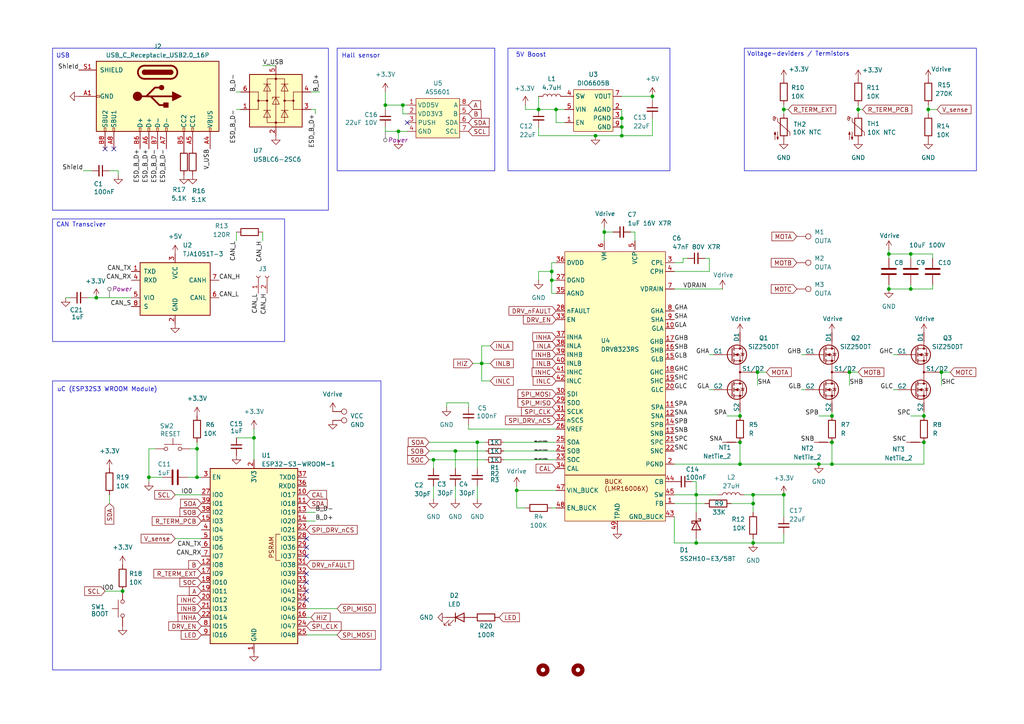
<source format=kicad_sch>
(kicad_sch
	(version 20231120)
	(generator "eeschema")
	(generator_version "8.0")
	(uuid "61527e19-2556-4103-af6a-a1f2e8aebbfc")
	(paper "A4")
	
	(junction
		(at 218.44 143.51)
		(diameter 0)
		(color 0 0 0 0)
		(uuid "0284385f-6127-40d9-9d67-bcb443d5fea0")
	)
	(junction
		(at 273.05 107.95)
		(diameter 0)
		(color 0 0 0 0)
		(uuid "0397b7ec-ca2e-4d7c-80bc-4658c9ad64da")
	)
	(junction
		(at 214.63 128.27)
		(diameter 0)
		(color 0 0 0 0)
		(uuid "0634f91f-f7fd-4a67-8527-54598e1b3186")
	)
	(junction
		(at 27.94 86.36)
		(diameter 0)
		(color 0 0 0 0)
		(uuid "11e90057-1b94-4ee4-aa74-eb7ca97f056a")
	)
	(junction
		(at 214.63 120.65)
		(diameter 0)
		(color 0 0 0 0)
		(uuid "19c3c244-869c-4e6c-9779-ce4dc7c7c00d")
	)
	(junction
		(at 161.29 31.75)
		(diameter 0)
		(color 0 0 0 0)
		(uuid "1f12e6e0-f05d-49f6-8994-4b5084f7b1d5")
	)
	(junction
		(at 218.44 157.48)
		(diameter 0)
		(color 0 0 0 0)
		(uuid "211c7462-3735-4841-9c6a-2498a829332a")
	)
	(junction
		(at 125.73 133.35)
		(diameter 0)
		(color 0 0 0 0)
		(uuid "2cfd6016-80fa-48b2-b6e3-2dc98749bf93")
	)
	(junction
		(at 57.15 138.43)
		(diameter 0)
		(color 0 0 0 0)
		(uuid "3a6340b0-ebde-45cd-93f8-4148dc4e6590")
	)
	(junction
		(at 246.38 107.95)
		(diameter 0)
		(color 0 0 0 0)
		(uuid "3e65267f-c0b7-43d3-956d-d9f1e49990d2")
	)
	(junction
		(at 139.7 105.41)
		(diameter 0)
		(color 0 0 0 0)
		(uuid "4953365e-e73f-4748-93dc-ef64c513e0a0")
	)
	(junction
		(at 35.56 171.45)
		(diameter 0)
		(color 0 0 0 0)
		(uuid "4a8d10f3-684e-4122-abd9-c4db5d62dad6")
	)
	(junction
		(at 267.97 120.65)
		(diameter 0)
		(color 0 0 0 0)
		(uuid "4cdb02b7-43b3-434c-b8f2-72548de4b741")
	)
	(junction
		(at 149.86 142.24)
		(diameter 0)
		(color 0 0 0 0)
		(uuid "51b5d669-54af-4c1a-9243-cd3bea59cdc3")
	)
	(junction
		(at 219.71 107.95)
		(diameter 0)
		(color 0 0 0 0)
		(uuid "5b6aed1d-1f8d-4065-94a7-6a4a07be897f")
	)
	(junction
		(at 172.72 39.37)
		(diameter 0)
		(color 0 0 0 0)
		(uuid "5cf45758-5f37-4339-b8a1-8157409629f7")
	)
	(junction
		(at 267.97 128.27)
		(diameter 0)
		(color 0 0 0 0)
		(uuid "5dbf8551-3883-48f3-9a86-19dea04ec26e")
	)
	(junction
		(at 115.57 38.1)
		(diameter 0)
		(color 0 0 0 0)
		(uuid "6225f909-13a6-4243-870e-9548ad2d923e")
	)
	(junction
		(at 189.23 27.94)
		(diameter 0)
		(color 0 0 0 0)
		(uuid "62df8372-c2d4-4c14-b407-2a5f0c147034")
	)
	(junction
		(at 218.44 146.05)
		(diameter 0)
		(color 0 0 0 0)
		(uuid "6334b0f6-42b5-4cb4-a8f4-d1f219b363df")
	)
	(junction
		(at 73.66 127)
		(diameter 0)
		(color 0 0 0 0)
		(uuid "671be447-7df0-4260-b6ff-ece6b464b211")
	)
	(junction
		(at 180.34 39.37)
		(diameter 0)
		(color 0 0 0 0)
		(uuid "6a47b1f5-898b-4789-bfa3-48e22b86e9ec")
	)
	(junction
		(at 111.76 30.48)
		(diameter 0)
		(color 0 0 0 0)
		(uuid "6ef2d5a1-6f24-4476-bc48-d4cbcc9e537a")
	)
	(junction
		(at 201.93 143.51)
		(diameter 0)
		(color 0 0 0 0)
		(uuid "72e940d6-32e3-44bc-8dae-66c8c996c187")
	)
	(junction
		(at 160.02 78.74)
		(diameter 0)
		(color 0 0 0 0)
		(uuid "7ab55101-d300-46cd-8135-3fda52f6f2ea")
	)
	(junction
		(at 227.33 31.75)
		(diameter 0)
		(color 0 0 0 0)
		(uuid "85c3527f-0613-4f22-b05f-784978630301")
	)
	(junction
		(at 57.15 130.175)
		(diameter 0)
		(color 0 0 0 0)
		(uuid "896e691e-af9a-4393-af52-0f7480011813")
	)
	(junction
		(at 180.34 36.83)
		(diameter 0)
		(color 0 0 0 0)
		(uuid "915a1d2e-c736-4903-b3ad-20e519cfd251")
	)
	(junction
		(at 264.16 83.82)
		(diameter 0)
		(color 0 0 0 0)
		(uuid "9518af15-a4d8-4d45-942c-ff9812e30013")
	)
	(junction
		(at 257.81 73.66)
		(diameter 0)
		(color 0 0 0 0)
		(uuid "95f33719-9f0b-4ddc-9471-c3c9c5b24a4f")
	)
	(junction
		(at 180.34 34.29)
		(diameter 0)
		(color 0 0 0 0)
		(uuid "9e6bb5e5-f254-471b-9e0e-a28cd3f478e4")
	)
	(junction
		(at 241.3 134.62)
		(diameter 0)
		(color 0 0 0 0)
		(uuid "a58529bd-f061-4ad9-ad27-64cb46bb1c4a")
	)
	(junction
		(at 269.24 31.75)
		(diameter 0)
		(color 0 0 0 0)
		(uuid "a6228a34-e5f9-4963-9f24-f99a62766710")
	)
	(junction
		(at 257.81 83.82)
		(diameter 0)
		(color 0 0 0 0)
		(uuid "a81e5768-7f59-4388-b894-3fd123ca3444")
	)
	(junction
		(at 156.21 31.75)
		(diameter 0)
		(color 0 0 0 0)
		(uuid "b6fde476-371a-46c0-bc92-2de43cb8c576")
	)
	(junction
		(at 214.63 134.62)
		(diameter 0)
		(color 0 0 0 0)
		(uuid "bf9d1884-85d1-495a-b8f2-904c080dd1a2")
	)
	(junction
		(at 227.33 143.51)
		(diameter 0)
		(color 0 0 0 0)
		(uuid "c1224f00-793d-47d8-ae35-797ce2c5d6be")
	)
	(junction
		(at 43.18 138.43)
		(diameter 0)
		(color 0 0 0 0)
		(uuid "c240a5e4-25a5-4952-9e64-f9ce81bddbe6")
	)
	(junction
		(at 116.84 30.48)
		(diameter 0)
		(color 0 0 0 0)
		(uuid "ca69c265-1155-4aa9-94b0-02ba90c56c30")
	)
	(junction
		(at 248.92 31.75)
		(diameter 0)
		(color 0 0 0 0)
		(uuid "cac58f90-c156-47a1-8f2b-332ce42d5e41")
	)
	(junction
		(at 237.49 134.62)
		(diameter 0)
		(color 0 0 0 0)
		(uuid "cae3805f-9921-468e-b0e3-f2ab50ce01f2")
	)
	(junction
		(at 138.43 128.27)
		(diameter 0)
		(color 0 0 0 0)
		(uuid "ce17d290-3265-4b3e-a8cf-d6e2a6d08c21")
	)
	(junction
		(at 241.3 128.27)
		(diameter 0)
		(color 0 0 0 0)
		(uuid "d46e767d-7704-48c1-a5ad-b2c17eebeb64")
	)
	(junction
		(at 132.08 130.81)
		(diameter 0)
		(color 0 0 0 0)
		(uuid "d65aeea5-4182-40e4-a6f1-dac2731cdda5")
	)
	(junction
		(at 241.3 120.65)
		(diameter 0)
		(color 0 0 0 0)
		(uuid "e1591f83-994a-49b0-b948-6cde9f870912")
	)
	(junction
		(at 264.16 73.66)
		(diameter 0)
		(color 0 0 0 0)
		(uuid "ecb0c12d-373a-4679-9d6a-64ac7ac32eda")
	)
	(junction
		(at 175.26 67.31)
		(diameter 0)
		(color 0 0 0 0)
		(uuid "f2212503-ba0d-4379-9668-07e3ff6a8f54")
	)
	(junction
		(at 160.02 81.28)
		(diameter 0)
		(color 0 0 0 0)
		(uuid "f6d688b1-7472-4ae6-9730-20ff3d8f06f4")
	)
	(junction
		(at 201.93 157.48)
		(diameter 0)
		(color 0 0 0 0)
		(uuid "fcb2e09a-9fc9-432c-aa9d-6737c14dd3e6")
	)
	(no_connect
		(at 88.9 156.21)
		(uuid "21b389bf-8544-4ab3-a6af-85dcec061312")
	)
	(no_connect
		(at 88.9 173.99)
		(uuid "251afa6e-a9d1-403b-aeff-f4b0a4576576")
	)
	(no_connect
		(at 88.9 168.91)
		(uuid "61f4fb37-3eb0-494a-9af1-0e95d0346d74")
	)
	(no_connect
		(at 88.9 158.75)
		(uuid "73d93d17-fc44-4448-b6fe-6e9ac6004424")
	)
	(no_connect
		(at 118.11 35.56)
		(uuid "76c6a7d5-5d02-4833-8953-f2662b4f852c")
	)
	(no_connect
		(at 30.48 43.18)
		(uuid "92bb5834-73c4-4919-8454-1c2723dce2fc")
	)
	(no_connect
		(at 88.9 161.29)
		(uuid "ada70651-de70-40f7-954e-5002d2db60ca")
	)
	(no_connect
		(at 33.02 43.18)
		(uuid "aed5293d-dfb3-4aed-8a82-23faff8d1c3e")
	)
	(no_connect
		(at 88.9 171.45)
		(uuid "e090aef1-90b4-4f62-9c33-2322617bbdfc")
	)
	(no_connect
		(at 88.9 166.37)
		(uuid "fdd7f21f-3aa0-48c1-bf4a-ccbd57068997")
	)
	(wire
		(pts
			(xy 97.79 184.15) (xy 88.9 184.15)
		)
		(stroke
			(width 0)
			(type default)
		)
		(uuid "011a5d79-3e4b-4425-8120-1a65eed59d42")
	)
	(wire
		(pts
			(xy 142.24 100.33) (xy 139.7 100.33)
		)
		(stroke
			(width 0)
			(type default)
		)
		(uuid "02be5661-f803-4d08-8298-99999d7979a2")
	)
	(wire
		(pts
			(xy 34.29 49.53) (xy 34.29 50.8)
		)
		(stroke
			(width 0)
			(type default)
		)
		(uuid "03a53043-347b-443c-bcb9-3b8e4fc834a0")
	)
	(wire
		(pts
			(xy 97.79 176.53) (xy 88.9 176.53)
		)
		(stroke
			(width 0)
			(type default)
		)
		(uuid "043b2b38-9be3-4631-9755-1969b406c865")
	)
	(wire
		(pts
			(xy 189.23 27.94) (xy 189.23 29.21)
		)
		(stroke
			(width 0)
			(type default)
		)
		(uuid "044e93da-b75d-4fe1-9ccc-0776ba600177")
	)
	(wire
		(pts
			(xy 205.74 74.93) (xy 205.74 78.74)
		)
		(stroke
			(width 0)
			(type default)
		)
		(uuid "06672801-f105-48ec-8636-7d9f4453f3c7")
	)
	(wire
		(pts
			(xy 227.33 143.51) (xy 227.33 149.86)
		)
		(stroke
			(width 0)
			(type default)
		)
		(uuid "083b6962-58c5-4368-92df-443c7b178cf5")
	)
	(wire
		(pts
			(xy 160.02 147.32) (xy 161.29 147.32)
		)
		(stroke
			(width 0)
			(type default)
		)
		(uuid "086f5a7f-036a-443d-a599-39a88c93e930")
	)
	(wire
		(pts
			(xy 264.16 83.82) (xy 264.16 82.55)
		)
		(stroke
			(width 0)
			(type default)
		)
		(uuid "0c5309a2-f22f-473b-87e3-ec003e6b0cb5")
	)
	(wire
		(pts
			(xy 160.02 76.2) (xy 161.29 76.2)
		)
		(stroke
			(width 0)
			(type default)
		)
		(uuid "0da8f5b3-a387-4ce9-b2fb-b1f9921f58ce")
	)
	(wire
		(pts
			(xy 189.23 39.37) (xy 180.34 39.37)
		)
		(stroke
			(width 0)
			(type default)
		)
		(uuid "0de32eee-b1fb-4a3b-baaf-d4cf3169c26e")
	)
	(wire
		(pts
			(xy 90.17 179.07) (xy 88.9 179.07)
		)
		(stroke
			(width 0)
			(type default)
		)
		(uuid "0e000798-0b4f-4290-a002-c6ade454ebfb")
	)
	(wire
		(pts
			(xy 257.81 83.82) (xy 257.81 82.55)
		)
		(stroke
			(width 0)
			(type default)
		)
		(uuid "0ff71ec6-daa6-417e-ad74-711e61e9af7e")
	)
	(wire
		(pts
			(xy 246.38 107.95) (xy 246.38 111.76)
		)
		(stroke
			(width 0)
			(type default)
		)
		(uuid "1365553e-510d-499e-9486-7cc34328dfb8")
	)
	(wire
		(pts
			(xy 259.08 102.87) (xy 260.35 102.87)
		)
		(stroke
			(width 0)
			(type default)
		)
		(uuid "13a4e963-0594-4b9b-87b3-57fca33144c1")
	)
	(wire
		(pts
			(xy 91.44 33.02) (xy 91.44 31.75)
		)
		(stroke
			(width 0)
			(type default)
		)
		(uuid "156d26ff-5497-454b-b8a6-198d32f27973")
	)
	(wire
		(pts
			(xy 160.02 78.74) (xy 160.02 81.28)
		)
		(stroke
			(width 0)
			(type default)
		)
		(uuid "171f0f74-0024-4168-915c-00fe358561db")
	)
	(wire
		(pts
			(xy 214.63 128.27) (xy 214.63 134.62)
		)
		(stroke
			(width 0)
			(type default)
		)
		(uuid "18a8c47c-be01-4c87-ab30-608c31cc4353")
	)
	(wire
		(pts
			(xy 129.54 118.11) (xy 129.54 116.84)
		)
		(stroke
			(width 0)
			(type default)
		)
		(uuid "18d75c01-e5d4-4507-b4bc-613031109c08")
	)
	(wire
		(pts
			(xy 160.02 81.28) (xy 160.02 85.09)
		)
		(stroke
			(width 0)
			(type default)
		)
		(uuid "18ee7d1f-d2b8-4ae5-a1a4-a3e2a989c744")
	)
	(wire
		(pts
			(xy 135.89 116.84) (xy 135.89 118.11)
		)
		(stroke
			(width 0)
			(type default)
		)
		(uuid "1be4c169-afd6-4dc3-aa26-203f95f2e2e0")
	)
	(wire
		(pts
			(xy 129.54 116.84) (xy 135.89 116.84)
		)
		(stroke
			(width 0)
			(type default)
		)
		(uuid "1ef15a4a-fefe-4ab5-8a6e-435a6d445150")
	)
	(wire
		(pts
			(xy 195.58 76.2) (xy 198.12 76.2)
		)
		(stroke
			(width 0)
			(type default)
		)
		(uuid "1f52c2f2-758d-47ad-b55d-739484ce21cc")
	)
	(wire
		(pts
			(xy 264.16 83.82) (xy 270.51 83.82)
		)
		(stroke
			(width 0)
			(type default)
		)
		(uuid "2014b7e5-2955-440a-b2f8-cb557845122f")
	)
	(wire
		(pts
			(xy 175.26 67.31) (xy 177.8 67.31)
		)
		(stroke
			(width 0)
			(type default)
		)
		(uuid "21921f70-d1da-4e09-930b-fb9f14925f88")
	)
	(wire
		(pts
			(xy 184.15 67.31) (xy 184.15 69.85)
		)
		(stroke
			(width 0)
			(type default)
		)
		(uuid "229dd84a-09aa-4fb2-bc9b-b320fd2456d9")
	)
	(wire
		(pts
			(xy 248.92 30.48) (xy 248.92 31.75)
		)
		(stroke
			(width 0)
			(type default)
		)
		(uuid "22b53faf-6deb-4e3e-9ebf-83349e801a7c")
	)
	(wire
		(pts
			(xy 175.26 67.31) (xy 175.26 69.85)
		)
		(stroke
			(width 0)
			(type default)
		)
		(uuid "241890ec-3084-4961-9de6-d1ab385e1abc")
	)
	(wire
		(pts
			(xy 91.44 151.13) (xy 88.9 151.13)
		)
		(stroke
			(width 0)
			(type default)
		)
		(uuid "2431546a-3d1d-4144-847a-51929e5b33a4")
	)
	(wire
		(pts
			(xy 182.88 67.31) (xy 184.15 67.31)
		)
		(stroke
			(width 0)
			(type default)
		)
		(uuid "249ea630-43fe-4b59-9b9b-411d9360f2b0")
	)
	(wire
		(pts
			(xy 43.18 130.175) (xy 43.18 138.43)
		)
		(stroke
			(width 0)
			(type default)
		)
		(uuid "25552927-ff46-4e4c-a97a-5ecab71cd9eb")
	)
	(wire
		(pts
			(xy 116.84 30.48) (xy 116.84 33.02)
		)
		(stroke
			(width 0)
			(type default)
		)
		(uuid "2600df9b-a75b-482c-b875-a99527189097")
	)
	(wire
		(pts
			(xy 135.89 123.19) (xy 135.89 124.46)
		)
		(stroke
			(width 0)
			(type default)
		)
		(uuid "27272e84-7f0e-4353-a346-290371e68c04")
	)
	(wire
		(pts
			(xy 132.08 135.89) (xy 132.08 130.81)
		)
		(stroke
			(width 0)
			(type default)
		)
		(uuid "286396ee-3788-4771-b192-a74701a20357")
	)
	(wire
		(pts
			(xy 214.63 120.65) (xy 214.63 119.38)
		)
		(stroke
			(width 0)
			(type default)
		)
		(uuid "2b2af486-7486-47da-96f1-c2d05f60b703")
	)
	(wire
		(pts
			(xy 163.83 35.56) (xy 161.29 35.56)
		)
		(stroke
			(width 0)
			(type default)
		)
		(uuid "2b7b2e0c-3a19-4df6-8928-970ae75f907d")
	)
	(wire
		(pts
			(xy 237.49 134.62) (xy 241.3 134.62)
		)
		(stroke
			(width 0)
			(type default)
		)
		(uuid "2cd4e412-d39c-4680-8482-d672658e1124")
	)
	(wire
		(pts
			(xy 241.3 128.27) (xy 241.3 134.62)
		)
		(stroke
			(width 0)
			(type default)
		)
		(uuid "2d5e46b0-0455-453a-9a0a-774532d90479")
	)
	(wire
		(pts
			(xy 76.2 67.31) (xy 76.2 69.85)
		)
		(stroke
			(width 0)
			(type default)
		)
		(uuid "30ae292c-bc31-49cb-852d-95dfaffd2eec")
	)
	(wire
		(pts
			(xy 50.8 156.21) (xy 58.42 156.21)
		)
		(stroke
			(width 0)
			(type default)
		)
		(uuid "313ac65a-1bb8-43c3-980d-08a616c912a8")
	)
	(wire
		(pts
			(xy 73.66 127) (xy 73.66 133.35)
		)
		(stroke
			(width 0)
			(type default)
		)
		(uuid "31a822d6-14ce-4f29-b467-47e49e7c00b9")
	)
	(wire
		(pts
			(xy 219.71 107.95) (xy 219.71 111.76)
		)
		(stroke
			(width 0)
			(type default)
		)
		(uuid "3239172c-f328-438e-bae8-9f99350c8d81")
	)
	(wire
		(pts
			(xy 195.58 134.62) (xy 214.63 134.62)
		)
		(stroke
			(width 0)
			(type default)
		)
		(uuid "352a52b0-a05f-4362-b850-22fac450cb0b")
	)
	(wire
		(pts
			(xy 91.44 148.59) (xy 88.9 148.59)
		)
		(stroke
			(width 0)
			(type default)
		)
		(uuid "35b54aa2-84f8-4cca-83bd-30b267063e1e")
	)
	(wire
		(pts
			(xy 264.16 120.65) (xy 267.97 120.65)
		)
		(stroke
			(width 0)
			(type default)
		)
		(uuid "360362bf-2e46-4eaf-a44b-edc87c60ecfd")
	)
	(wire
		(pts
			(xy 138.43 128.27) (xy 140.97 128.27)
		)
		(stroke
			(width 0)
			(type default)
		)
		(uuid "39499314-ce31-4bc9-b633-cd4d8191eaf6")
	)
	(wire
		(pts
			(xy 138.43 128.27) (xy 138.43 135.89)
		)
		(stroke
			(width 0)
			(type default)
		)
		(uuid "3b02e597-d4ed-42b0-ba3c-b933cabf679e")
	)
	(wire
		(pts
			(xy 31.75 49.53) (xy 34.29 49.53)
		)
		(stroke
			(width 0)
			(type default)
		)
		(uuid "3b037d17-1c6a-464d-8330-def05a88e58e")
	)
	(wire
		(pts
			(xy 146.05 133.35) (xy 161.29 133.35)
		)
		(stroke
			(width 0)
			(type default)
		)
		(uuid "3d814851-48a3-432a-baf5-fd91d68f0148")
	)
	(wire
		(pts
			(xy 269.24 33.02) (xy 269.24 31.75)
		)
		(stroke
			(width 0)
			(type default)
		)
		(uuid "3df087e6-6f29-4b42-9fbf-3e5d57bed7ba")
	)
	(wire
		(pts
			(xy 246.38 107.95) (xy 248.92 107.95)
		)
		(stroke
			(width 0)
			(type default)
		)
		(uuid "3e8e5072-67bc-4e98-904d-733d711569bb")
	)
	(wire
		(pts
			(xy 195.58 143.51) (xy 201.93 143.51)
		)
		(stroke
			(width 0)
			(type default)
		)
		(uuid "3edef3bc-f9dd-47e8-9025-5198710296cd")
	)
	(wire
		(pts
			(xy 43.18 130.175) (xy 45.085 130.175)
		)
		(stroke
			(width 0)
			(type default)
		)
		(uuid "40be994a-77eb-42d6-ba72-d94b5d1d31f9")
	)
	(wire
		(pts
			(xy 156.21 39.37) (xy 172.72 39.37)
		)
		(stroke
			(width 0)
			(type default)
		)
		(uuid "422f9d61-36a9-41f6-99e6-e20ffb41364a")
	)
	(wire
		(pts
			(xy 55.245 130.175) (xy 57.15 130.175)
		)
		(stroke
			(width 0)
			(type default)
		)
		(uuid "4549d210-f376-4bc9-8dad-a8f64f085982")
	)
	(wire
		(pts
			(xy 156.21 36.83) (xy 156.21 39.37)
		)
		(stroke
			(width 0)
			(type default)
		)
		(uuid "488ed74f-48fb-4651-aed2-da784ccb6ee2")
	)
	(wire
		(pts
			(xy 195.58 83.82) (xy 209.55 83.82)
		)
		(stroke
			(width 0)
			(type default)
		)
		(uuid "49c357f5-07de-4bd7-a6b4-c52c73d41390")
	)
	(wire
		(pts
			(xy 43.18 138.43) (xy 46.99 138.43)
		)
		(stroke
			(width 0)
			(type default)
		)
		(uuid "4b0d0e63-c074-4c4a-a31d-707f2966482f")
	)
	(wire
		(pts
			(xy 137.16 105.41) (xy 139.7 105.41)
		)
		(stroke
			(width 0)
			(type default)
		)
		(uuid "4d78f852-e4d1-4dc2-a1db-101c6ea42d1d")
	)
	(wire
		(pts
			(xy 68.58 26.67) (xy 69.85 26.67)
		)
		(stroke
			(width 0)
			(type default)
		)
		(uuid "4ffaba3b-c1d0-443a-be22-0dc686904689")
	)
	(wire
		(pts
			(xy 180.34 39.37) (xy 180.34 36.83)
		)
		(stroke
			(width 0)
			(type default)
		)
		(uuid "51929ee4-f724-4493-88c4-09a52db2a031")
	)
	(wire
		(pts
			(xy 135.89 124.46) (xy 161.29 124.46)
		)
		(stroke
			(width 0)
			(type default)
		)
		(uuid "51b32f4a-46de-482e-ac26-8f7219840313")
	)
	(wire
		(pts
			(xy 180.34 27.94) (xy 189.23 27.94)
		)
		(stroke
			(width 0)
			(type default)
		)
		(uuid "52ff8145-23d7-4f33-be08-d92ff6d8b960")
	)
	(wire
		(pts
			(xy 132.08 130.81) (xy 124.46 130.81)
		)
		(stroke
			(width 0)
			(type default)
		)
		(uuid "57b85ff9-d518-4a4e-a249-232a442c2ec9")
	)
	(wire
		(pts
			(xy 205.74 78.74) (xy 195.58 78.74)
		)
		(stroke
			(width 0)
			(type default)
		)
		(uuid "582c2de0-7b90-477c-a4e1-8715f46525f9")
	)
	(wire
		(pts
			(xy 257.81 73.66) (xy 264.16 73.66)
		)
		(stroke
			(width 0)
			(type default)
		)
		(uuid "58a6b3aa-8ac2-4105-933b-5fa9bfcd31ff")
	)
	(wire
		(pts
			(xy 189.23 34.29) (xy 189.23 39.37)
		)
		(stroke
			(width 0)
			(type default)
		)
		(uuid "5907bbca-3a63-4d12-9202-bc4e6172b1f9")
	)
	(wire
		(pts
			(xy 111.76 30.48) (xy 116.84 30.48)
		)
		(stroke
			(width 0)
			(type default)
		)
		(uuid "59efcf45-4e0a-448d-8ca9-e6bb1c6f3146")
	)
	(wire
		(pts
			(xy 241.3 134.62) (xy 267.97 134.62)
		)
		(stroke
			(width 0)
			(type default)
		)
		(uuid "5f9a75f0-b40d-4cb8-a127-deda52cc5d2e")
	)
	(wire
		(pts
			(xy 275.59 107.95) (xy 273.05 107.95)
		)
		(stroke
			(width 0)
			(type default)
		)
		(uuid "60e4b5ba-8946-4920-8ad9-52141f6a7fb3")
	)
	(wire
		(pts
			(xy 68.58 127) (xy 73.66 127)
		)
		(stroke
			(width 0)
			(type default)
		)
		(uuid "66085653-3f93-4f80-af60-b3ecdbbb4c28")
	)
	(wire
		(pts
			(xy 116.84 30.48) (xy 118.11 30.48)
		)
		(stroke
			(width 0)
			(type default)
		)
		(uuid "6796b74f-ec96-473a-8828-afa9ccd00873")
	)
	(wire
		(pts
			(xy 142.24 110.49) (xy 139.7 110.49)
		)
		(stroke
			(width 0)
			(type default)
		)
		(uuid "68584cea-a3fe-4718-9754-3379fcca38bd")
	)
	(wire
		(pts
			(xy 205.74 102.87) (xy 207.01 102.87)
		)
		(stroke
			(width 0)
			(type default)
		)
		(uuid "6939d6bb-a446-4d47-a6c1-e051e12a1198")
	)
	(wire
		(pts
			(xy 201.93 157.48) (xy 201.93 156.21)
		)
		(stroke
			(width 0)
			(type default)
		)
		(uuid "6b829803-2c68-4525-9fa2-f9633c05895b")
	)
	(wire
		(pts
			(xy 125.73 133.35) (xy 140.97 133.35)
		)
		(stroke
			(width 0)
			(type default)
		)
		(uuid "6cef0e85-7259-40be-be80-cb6a812510f0")
	)
	(wire
		(pts
			(xy 125.73 140.97) (xy 125.73 144.78)
		)
		(stroke
			(width 0)
			(type default)
		)
		(uuid "6f3d197e-6761-41ee-8be7-095c68d7f55b")
	)
	(wire
		(pts
			(xy 227.33 31.75) (xy 227.33 33.02)
		)
		(stroke
			(width 0)
			(type default)
		)
		(uuid "70f96ed4-049b-4c1b-9632-f67e25667ea0")
	)
	(wire
		(pts
			(xy 111.76 38.1) (xy 115.57 38.1)
		)
		(stroke
			(width 0)
			(type default)
		)
		(uuid "7334f371-1d18-4ddd-9a84-501651edaa38")
	)
	(wire
		(pts
			(xy 156.21 78.74) (xy 160.02 78.74)
		)
		(stroke
			(width 0)
			(type default)
		)
		(uuid "76dfef7e-01f2-4e4f-a3a3-f1fba4f05c6f")
	)
	(wire
		(pts
			(xy 43.18 138.43) (xy 43.18 139.7)
		)
		(stroke
			(width 0)
			(type default)
		)
		(uuid "79e013f3-9947-4243-b10f-bdd496e8c793")
	)
	(wire
		(pts
			(xy 241.3 120.65) (xy 241.3 119.38)
		)
		(stroke
			(width 0)
			(type default)
		)
		(uuid "7ab1206b-8290-4eda-8340-15c7a9c2775e")
	)
	(wire
		(pts
			(xy 201.93 143.51) (xy 208.28 143.51)
		)
		(stroke
			(width 0)
			(type default)
		)
		(uuid "7cfda0e8-0a24-4fff-bf81-5ab291093829")
	)
	(wire
		(pts
			(xy 267.97 128.27) (xy 267.97 134.62)
		)
		(stroke
			(width 0)
			(type default)
		)
		(uuid "7d7f14b6-83c2-4989-b27f-cd658b6eb11d")
	)
	(wire
		(pts
			(xy 111.76 36.83) (xy 111.76 38.1)
		)
		(stroke
			(width 0)
			(type default)
		)
		(uuid "80389d22-1818-4795-9bfc-98636b07429a")
	)
	(wire
		(pts
			(xy 125.73 133.35) (xy 124.46 133.35)
		)
		(stroke
			(width 0)
			(type default)
		)
		(uuid "8103f168-84ed-481d-8100-17cc14df118e")
	)
	(wire
		(pts
			(xy 161.29 31.75) (xy 163.83 31.75)
		)
		(stroke
			(width 0)
			(type default)
		)
		(uuid "81ec38c3-f7b0-4ccc-9967-4d4f1cc22849")
	)
	(wire
		(pts
			(xy 232.41 102.87) (xy 233.68 102.87)
		)
		(stroke
			(width 0)
			(type default)
		)
		(uuid "8212911f-ed41-4e78-9eaa-bb8e0fa9b291")
	)
	(wire
		(pts
			(xy 138.43 140.97) (xy 138.43 144.78)
		)
		(stroke
			(width 0)
			(type default)
		)
		(uuid "8333a854-ac0e-4220-b7ea-1c2434fbe9b5")
	)
	(wire
		(pts
			(xy 27.94 86.36) (xy 38.1 86.36)
		)
		(stroke
			(width 0)
			(type default)
		)
		(uuid "8371ff55-74c5-4b50-97f0-5c291647fe81")
	)
	(wire
		(pts
			(xy 152.4 30.48) (xy 152.4 31.75)
		)
		(stroke
			(width 0)
			(type default)
		)
		(uuid "83a9654f-2fe3-492b-a461-e2c91966629b")
	)
	(wire
		(pts
			(xy 195.58 157.48) (xy 201.93 157.48)
		)
		(stroke
			(width 0)
			(type default)
		)
		(uuid "83c8fe8c-9c3b-490e-b425-4f3030d63b9d")
	)
	(wire
		(pts
			(xy 195.58 157.48) (xy 195.58 149.86)
		)
		(stroke
			(width 0)
			(type default)
		)
		(uuid "87ef8fb0-fa72-458b-9632-1f13c44307c3")
	)
	(wire
		(pts
			(xy 257.81 72.39) (xy 257.81 73.66)
		)
		(stroke
			(width 0)
			(type default)
		)
		(uuid "88ebcec4-a624-405d-8d7f-6c33f2712a37")
	)
	(wire
		(pts
			(xy 271.78 31.75) (xy 269.24 31.75)
		)
		(stroke
			(width 0)
			(type default)
		)
		(uuid "8a6a9fd7-0837-49b3-9c4c-22d92bcceb45")
	)
	(wire
		(pts
			(xy 160.02 78.74) (xy 160.02 76.2)
		)
		(stroke
			(width 0)
			(type default)
		)
		(uuid "8b109ba6-9648-4827-8977-2fd48f9cc0a9")
	)
	(wire
		(pts
			(xy 132.08 140.97) (xy 132.08 144.78)
		)
		(stroke
			(width 0)
			(type default)
		)
		(uuid "8e26ec5e-010b-4f62-a532-8910e20dfdb7")
	)
	(wire
		(pts
			(xy 68.58 31.75) (xy 69.85 31.75)
		)
		(stroke
			(width 0)
			(type default)
		)
		(uuid "8f09fd79-f802-41a4-bedd-0c7f8d6326dd")
	)
	(wire
		(pts
			(xy 218.44 143.51) (xy 227.33 143.51)
		)
		(stroke
			(width 0)
			(type default)
		)
		(uuid "8f7adad8-ca65-4899-8423-394d3b880284")
	)
	(wire
		(pts
			(xy 24.13 49.53) (xy 26.67 49.53)
		)
		(stroke
			(width 0)
			(type default)
		)
		(uuid "9025d658-a359-4854-a0c6-a6160ee6ea6d")
	)
	(wire
		(pts
			(xy 156.21 31.75) (xy 161.29 31.75)
		)
		(stroke
			(width 0)
			(type default)
		)
		(uuid "910b7f06-fed8-4804-aac7-8f93d7902abb")
	)
	(wire
		(pts
			(xy 160.02 81.28) (xy 161.29 81.28)
		)
		(stroke
			(width 0)
			(type default)
		)
		(uuid "933bd77c-0ad7-4fd9-a162-84e4c700dcd9")
	)
	(wire
		(pts
			(xy 204.47 146.05) (xy 195.58 146.05)
		)
		(stroke
			(width 0)
			(type default)
		)
		(uuid "933d9815-4008-4442-8062-036cc373ed9c")
	)
	(wire
		(pts
			(xy 204.47 74.93) (xy 205.74 74.93)
		)
		(stroke
			(width 0)
			(type default)
		)
		(uuid "939f944b-5802-482e-8415-d522c9b7d79d")
	)
	(wire
		(pts
			(xy 210.82 120.65) (xy 214.63 120.65)
		)
		(stroke
			(width 0)
			(type default)
		)
		(uuid "970a34d6-31d9-4f15-b645-2fbde8aa5673")
	)
	(wire
		(pts
			(xy 264.16 73.66) (xy 270.51 73.66)
		)
		(stroke
			(width 0)
			(type default)
		)
		(uuid "99547f1d-af51-4d31-bb2a-45ccbf19b67d")
	)
	(wire
		(pts
			(xy 124.46 128.27) (xy 138.43 128.27)
		)
		(stroke
			(width 0)
			(type default)
		)
		(uuid "99587cc0-6319-4dba-918a-fe8a812f34ca")
	)
	(wire
		(pts
			(xy 180.34 34.29) (xy 180.34 31.75)
		)
		(stroke
			(width 0)
			(type default)
		)
		(uuid "9a29affb-46d1-4256-b53d-bec77cfdcd10")
	)
	(wire
		(pts
			(xy 175.26 66.04) (xy 175.26 67.31)
		)
		(stroke
			(width 0)
			(type default)
		)
		(uuid "9da758bf-79e4-49ba-8a6c-5d34454e9961")
	)
	(wire
		(pts
			(xy 92.71 26.67) (xy 90.17 26.67)
		)
		(stroke
			(width 0)
			(type default)
		)
		(uuid "a11842e9-9cfd-481b-bd53-3a499f5b0a00")
	)
	(wire
		(pts
			(xy 139.7 110.49) (xy 139.7 105.41)
		)
		(stroke
			(width 0)
			(type default)
		)
		(uuid "a3209d69-e3bb-4cf2-8a8d-ec2521a390fd")
	)
	(wire
		(pts
			(xy 215.9 143.51) (xy 218.44 143.51)
		)
		(stroke
			(width 0)
			(type default)
		)
		(uuid "a3ebd1ec-f581-4571-a308-850893383ad7")
	)
	(wire
		(pts
			(xy 57.15 128.27) (xy 57.15 130.175)
		)
		(stroke
			(width 0)
			(type default)
		)
		(uuid "a4a08e94-56e1-4eb3-ab7b-2da7b729bc4f")
	)
	(wire
		(pts
			(xy 146.05 130.81) (xy 161.29 130.81)
		)
		(stroke
			(width 0)
			(type default)
		)
		(uuid "a6256943-225c-463a-ba0f-2d145800da22")
	)
	(wire
		(pts
			(xy 198.12 76.2) (xy 198.12 74.93)
		)
		(stroke
			(width 0)
			(type default)
		)
		(uuid "a637f015-cd8b-447f-b608-4dcf60b9f8b2")
	)
	(wire
		(pts
			(xy 91.44 31.75) (xy 90.17 31.75)
		)
		(stroke
			(width 0)
			(type default)
		)
		(uuid "aea742dd-ca95-4e13-8033-ee1da586a771")
	)
	(wire
		(pts
			(xy 218.44 157.48) (xy 227.33 157.48)
		)
		(stroke
			(width 0)
			(type default)
		)
		(uuid "b1f659de-0df7-489a-b6fa-fba70471e99f")
	)
	(wire
		(pts
			(xy 73.66 124.46) (xy 73.66 127)
		)
		(stroke
			(width 0)
			(type default)
		)
		(uuid "b30173bf-58c5-444f-8109-639213e6f125")
	)
	(wire
		(pts
			(xy 201.93 139.7) (xy 200.66 139.7)
		)
		(stroke
			(width 0)
			(type default)
		)
		(uuid "b3626da6-c128-4cae-b584-731fad18b117")
	)
	(wire
		(pts
			(xy 228.6 31.75) (xy 227.33 31.75)
		)
		(stroke
			(width 0)
			(type default)
		)
		(uuid "b376fd8c-5f45-4970-b544-bff1a248fbe0")
	)
	(wire
		(pts
			(xy 270.51 83.82) (xy 270.51 82.55)
		)
		(stroke
			(width 0)
			(type default)
		)
		(uuid "b79a512f-54bd-455d-8ed6-05149c0c4ec4")
	)
	(wire
		(pts
			(xy 116.84 33.02) (xy 118.11 33.02)
		)
		(stroke
			(width 0)
			(type default)
		)
		(uuid "b8d3199b-a1c3-48b9-926a-478e10422024")
	)
	(wire
		(pts
			(xy 237.49 120.65) (xy 241.3 120.65)
		)
		(stroke
			(width 0)
			(type default)
		)
		(uuid "b8e8dd65-6e0b-42da-b4e2-f06087a52458")
	)
	(wire
		(pts
			(xy 232.41 113.03) (xy 233.68 113.03)
		)
		(stroke
			(width 0)
			(type default)
		)
		(uuid "ba3a7361-4c1c-45a1-bf46-2835f2105d92")
	)
	(wire
		(pts
			(xy 248.92 31.75) (xy 248.92 33.02)
		)
		(stroke
			(width 0)
			(type default)
		)
		(uuid "bc5d90eb-ff10-4fdc-ab98-b88ce155668a")
	)
	(wire
		(pts
			(xy 218.44 157.48) (xy 218.44 156.21)
		)
		(stroke
			(width 0)
			(type default)
		)
		(uuid "bd12054a-642d-4adf-b729-2d1f84a44558")
	)
	(wire
		(pts
			(xy 156.21 27.94) (xy 156.21 31.75)
		)
		(stroke
			(width 0)
			(type default)
		)
		(uuid "bf6725da-7718-4c3b-970c-73b95b65e55c")
	)
	(wire
		(pts
			(xy 180.34 36.83) (xy 180.34 34.29)
		)
		(stroke
			(width 0)
			(type default)
		)
		(uuid "c0fddb89-22a5-4e33-9f02-cbfce21c4fa6")
	)
	(wire
		(pts
			(xy 212.09 146.05) (xy 218.44 146.05)
		)
		(stroke
			(width 0)
			(type default)
		)
		(uuid "c1018225-72aa-4d1e-bc5a-87a81f0ce7e9")
	)
	(wire
		(pts
			(xy 227.33 30.48) (xy 227.33 31.75)
		)
		(stroke
			(width 0)
			(type default)
		)
		(uuid "c10796c5-0e5c-43b7-8bde-ca8c041d2459")
	)
	(wire
		(pts
			(xy 139.7 105.41) (xy 142.24 105.41)
		)
		(stroke
			(width 0)
			(type default)
		)
		(uuid "c21ed720-73a0-4b6d-8487-f09f398bb1de")
	)
	(wire
		(pts
			(xy 149.86 140.97) (xy 149.86 142.24)
		)
		(stroke
			(width 0)
			(type default)
		)
		(uuid "c3700901-eb7e-4fd8-be77-a7ca370659ee")
	)
	(wire
		(pts
			(xy 227.33 154.94) (xy 227.33 157.48)
		)
		(stroke
			(width 0)
			(type default)
		)
		(uuid "c497c688-434f-4845-a760-523ae1880b8b")
	)
	(wire
		(pts
			(xy 132.08 130.81) (xy 140.97 130.81)
		)
		(stroke
			(width 0)
			(type default)
		)
		(uuid "c92c6140-4ffc-4b31-a3c2-d9e682fc1ae9")
	)
	(wire
		(pts
			(xy 125.73 135.89) (xy 125.73 133.35)
		)
		(stroke
			(width 0)
			(type default)
		)
		(uuid "c99a1ca2-8d85-4abf-80ef-3fbb5c33f5f6")
	)
	(wire
		(pts
			(xy 269.24 30.48) (xy 269.24 31.75)
		)
		(stroke
			(width 0)
			(type default)
		)
		(uuid "cdeaf8b4-6dd3-4b58-958a-15ab23a29e81")
	)
	(wire
		(pts
			(xy 205.74 113.03) (xy 207.01 113.03)
		)
		(stroke
			(width 0)
			(type default)
		)
		(uuid "cf6cdc1a-e792-4c00-a975-a5ba2f23b679")
	)
	(wire
		(pts
			(xy 248.92 31.75) (xy 250.19 31.75)
		)
		(stroke
			(width 0)
			(type default)
		)
		(uuid "d05e4fb0-1ecd-4d5a-ad8d-2463df77d318")
	)
	(wire
		(pts
			(xy 57.15 138.43) (xy 58.42 138.43)
		)
		(stroke
			(width 0)
			(type default)
		)
		(uuid "d4c31d4f-75f5-4063-a2ae-636a0ab1e2b4")
	)
	(wire
		(pts
			(xy 19.05 86.36) (xy 20.32 86.36)
		)
		(stroke
			(width 0)
			(type default)
		)
		(uuid "d69adecb-caec-424e-a880-7aa83e2c5622")
	)
	(wire
		(pts
			(xy 218.44 146.05) (xy 218.44 148.59)
		)
		(stroke
			(width 0)
			(type default)
		)
		(uuid "d6e343dd-a699-47e3-b16f-53efffab0555")
	)
	(wire
		(pts
			(xy 57.15 130.175) (xy 57.15 138.43)
		)
		(stroke
			(width 0)
			(type default)
		)
		(uuid "d8e9af29-1854-4355-ba5a-7b0aec50f11c")
	)
	(wire
		(pts
			(xy 161.29 85.09) (xy 160.02 85.09)
		)
		(stroke
			(width 0)
			(type default)
		)
		(uuid "d95e5445-fa57-4081-a14a-ecf40bedadf6")
	)
	(wire
		(pts
			(xy 149.86 147.32) (xy 149.86 142.24)
		)
		(stroke
			(width 0)
			(type default)
		)
		(uuid "da07ad9f-8319-48c4-aa0e-54660e05b69d")
	)
	(wire
		(pts
			(xy 68.58 67.31) (xy 68.58 69.85)
		)
		(stroke
			(width 0)
			(type default)
		)
		(uuid "da79e327-6459-4e94-904f-ce7bad2e9746")
	)
	(wire
		(pts
			(xy 50.8 143.51) (xy 58.42 143.51)
		)
		(stroke
			(width 0)
			(type default)
		)
		(uuid "dac7f3bc-cffe-4682-bc22-2d976e7e14e3")
	)
	(wire
		(pts
			(xy 257.81 73.66) (xy 257.81 74.93)
		)
		(stroke
			(width 0)
			(type default)
		)
		(uuid "db34b52d-d82b-4fb9-b4bd-ecefebd45d3f")
	)
	(wire
		(pts
			(xy 201.93 143.51) (xy 201.93 139.7)
		)
		(stroke
			(width 0)
			(type default)
		)
		(uuid "dc4273e7-c171-4972-8acf-3e6c11f950af")
	)
	(wire
		(pts
			(xy 31.75 143.51) (xy 31.75 146.05)
		)
		(stroke
			(width 0)
			(type default)
		)
		(uuid "dd0efa2e-ecf0-4272-b631-cf16b12445b7")
	)
	(wire
		(pts
			(xy 198.12 74.93) (xy 199.39 74.93)
		)
		(stroke
			(width 0)
			(type default)
		)
		(uuid "dd404c2d-ec22-4d98-bd85-e37d2401b59b")
	)
	(wire
		(pts
			(xy 139.7 100.33) (xy 139.7 105.41)
		)
		(stroke
			(width 0)
			(type default)
		)
		(uuid "de6acca5-d55c-4a18-96af-5b8bfc95b447")
	)
	(wire
		(pts
			(xy 201.93 157.48) (xy 218.44 157.48)
		)
		(stroke
			(width 0)
			(type default)
		)
		(uuid "dfe93e5a-3341-4189-9402-c28d895de3c5")
	)
	(wire
		(pts
			(xy 201.93 143.51) (xy 201.93 148.59)
		)
		(stroke
			(width 0)
			(type default)
		)
		(uuid "e0f0544b-3f1e-4215-949e-19d216fd7998")
	)
	(wire
		(pts
			(xy 264.16 73.66) (xy 264.16 74.93)
		)
		(stroke
			(width 0)
			(type default)
		)
		(uuid "e0f1e6db-0860-4669-a2f0-9ee71b73ba90")
	)
	(wire
		(pts
			(xy 222.25 107.95) (xy 219.71 107.95)
		)
		(stroke
			(width 0)
			(type default)
		)
		(uuid "e13bdf55-da34-4ef6-a33e-3ed46286aff6")
	)
	(wire
		(pts
			(xy 156.21 78.74) (xy 156.21 81.28)
		)
		(stroke
			(width 0)
			(type default)
		)
		(uuid "e175d570-87bb-4f09-bd11-1fa00c5959dc")
	)
	(wire
		(pts
			(xy 267.97 120.65) (xy 267.97 119.38)
		)
		(stroke
			(width 0)
			(type default)
		)
		(uuid "e1b64b5e-ab3f-4766-8c50-790013133003")
	)
	(wire
		(pts
			(xy 146.05 128.27) (xy 161.29 128.27)
		)
		(stroke
			(width 0)
			(type default)
		)
		(uuid "e434f8bf-d182-42e5-b3b9-93e9bda0ec63")
	)
	(wire
		(pts
			(xy 30.48 171.45) (xy 35.56 171.45)
		)
		(stroke
			(width 0)
			(type default)
		)
		(uuid "e496060b-76b7-48d7-b7eb-b6049be287b4")
	)
	(wire
		(pts
			(xy 115.57 40.64) (xy 115.57 38.1)
		)
		(stroke
			(width 0)
			(type default)
		)
		(uuid "e5aa04ca-bf64-43ae-8563-2a75d5ba08a4")
	)
	(wire
		(pts
			(xy 152.4 147.32) (xy 149.86 147.32)
		)
		(stroke
			(width 0)
			(type default)
		)
		(uuid "e5af316e-33ff-4609-a147-e9827cef02a0")
	)
	(wire
		(pts
			(xy 111.76 30.48) (xy 111.76 31.75)
		)
		(stroke
			(width 0)
			(type default)
		)
		(uuid "e631c3e5-77f6-413b-8ba7-bffd99f4ad67")
	)
	(wire
		(pts
			(xy 259.08 113.03) (xy 260.35 113.03)
		)
		(stroke
			(width 0)
			(type default)
		)
		(uuid "e74ebb78-e732-4b0c-b96d-158321ccc408")
	)
	(wire
		(pts
			(xy 270.51 73.66) (xy 270.51 74.93)
		)
		(stroke
			(width 0)
			(type default)
		)
		(uuid "e75123b2-a023-4343-b674-a76323494be1")
	)
	(wire
		(pts
			(xy 152.4 31.75) (xy 156.21 31.75)
		)
		(stroke
			(width 0)
			(type default)
		)
		(uuid "e827ca3d-0e6d-4394-93ea-41f92726d04e")
	)
	(wire
		(pts
			(xy 111.76 26.67) (xy 111.76 30.48)
		)
		(stroke
			(width 0)
			(type default)
		)
		(uuid "e8908adc-5cc2-490f-a45e-9387bea52927")
	)
	(wire
		(pts
			(xy 115.57 38.1) (xy 118.11 38.1)
		)
		(stroke
			(width 0)
			(type default)
		)
		(uuid "e8cdc5da-34b4-44a9-b437-b37dc0fde6e9")
	)
	(wire
		(pts
			(xy 25.4 86.36) (xy 27.94 86.36)
		)
		(stroke
			(width 0)
			(type default)
		)
		(uuid "ed2fd9a0-c308-467f-b400-0da79035e5de")
	)
	(wire
		(pts
			(xy 257.81 83.82) (xy 264.16 83.82)
		)
		(stroke
			(width 0)
			(type default)
		)
		(uuid "f07e7f3c-ec0d-4ce7-8132-61382f16145e")
	)
	(wire
		(pts
			(xy 218.44 143.51) (xy 218.44 146.05)
		)
		(stroke
			(width 0)
			(type default)
		)
		(uuid "f1bfa21c-1da7-49cd-b8cf-63537902d76e")
	)
	(wire
		(pts
			(xy 161.29 35.56) (xy 161.29 31.75)
		)
		(stroke
			(width 0)
			(type default)
		)
		(uuid "f2ae1466-58c8-4712-b124-8024760a17da")
	)
	(wire
		(pts
			(xy 214.63 134.62) (xy 237.49 134.62)
		)
		(stroke
			(width 0)
			(type default)
		)
		(uuid "f52abe7c-111c-4897-b814-8d20376eb35f")
	)
	(wire
		(pts
			(xy 76.2 19.05) (xy 80.01 19.05)
		)
		(stroke
			(width 0)
			(type default)
		)
		(uuid "f6356dc4-eb59-47c7-b5b5-43a7ef64d6fd")
	)
	(wire
		(pts
			(xy 54.61 138.43) (xy 57.15 138.43)
		)
		(stroke
			(width 0)
			(type default)
		)
		(uuid "f91331da-5ade-479b-9110-7fd391b25c3a")
	)
	(wire
		(pts
			(xy 149.86 142.24) (xy 161.29 142.24)
		)
		(stroke
			(width 0)
			(type default)
		)
		(uuid "f9256f81-9369-448c-b780-168d77fe8d00")
	)
	(wire
		(pts
			(xy 172.72 39.37) (xy 180.34 39.37)
		)
		(stroke
			(width 0)
			(type default)
		)
		(uuid "fda4ea76-893e-4e81-af18-b52de6ff1e3e")
	)
	(wire
		(pts
			(xy 273.05 107.95) (xy 273.05 111.76)
		)
		(stroke
			(width 0)
			(type default)
		)
		(uuid "fdd6a8a7-15f1-4413-8161-46118f6d7c90")
	)
	(rectangle
		(start 15.24 63.5)
		(end 82.55 99.06)
		(stroke
			(width 0)
			(type default)
		)
		(fill
			(type none)
		)
		(uuid 06e052f4-da08-47e6-9d03-0817a605536c)
	)
	(rectangle
		(start 215.9 13.97)
		(end 283.21 49.53)
		(stroke
			(width 0)
			(type default)
		)
		(fill
			(type none)
		)
		(uuid 27bf8d16-c798-4b0e-b398-bed1539fc3fd)
	)
	(rectangle
		(start 97.79 13.97)
		(end 143.51 49.53)
		(stroke
			(width 0)
			(type default)
		)
		(fill
			(type none)
		)
		(uuid 745200eb-f91e-47eb-bce4-15cae6446002)
	)
	(rectangle
		(start 147.32 13.97)
		(end 194.31 49.53)
		(stroke
			(width 0)
			(type default)
		)
		(fill
			(type none)
		)
		(uuid ba09f429-4d9d-4b03-b4f6-9801e91bd977)
	)
	(rectangle
		(start 15.24 110.49)
		(end 110.49 194.31)
		(stroke
			(width 0)
			(type default)
		)
		(fill
			(type none)
		)
		(uuid bcb4e515-ec53-4609-8f2c-955bd4e90559)
	)
	(rectangle
		(start 15.24 13.97)
		(end 95.25 60.96)
		(stroke
			(width 0)
			(type default)
		)
		(fill
			(type none)
		)
		(uuid e681141d-2e7c-4bb1-a1ec-620428b95373)
	)
	(text "USB"
		(exclude_from_sim no)
		(at 16.256 16.256 0)
		(effects
			(font
				(size 1.27 1.27)
			)
			(justify left)
		)
		(uuid "2c00c21c-3b22-4ae5-b621-f7e61c714727")
	)
	(text "Voltage-deviders / Termistors"
		(exclude_from_sim no)
		(at 216.662 15.748 0)
		(effects
			(font
				(size 1.27 1.27)
			)
			(justify left)
		)
		(uuid "8aaa2967-6696-493e-abec-6b2e731655c9")
	)
	(text "CAN Transciver"
		(exclude_from_sim no)
		(at 16.256 65.278 0)
		(effects
			(font
				(size 1.27 1.27)
			)
			(justify left)
		)
		(uuid "ad00accc-3724-471f-804a-8337084dc7ea")
	)
	(text "Hall sensor"
		(exclude_from_sim no)
		(at 99.06 16.256 0)
		(effects
			(font
				(size 1.27 1.27)
			)
			(justify left)
		)
		(uuid "da985763-1f3d-43c3-b193-8b45c67841bf")
	)
	(text "5V Boost"
		(exclude_from_sim no)
		(at 149.606 16.002 0)
		(effects
			(font
				(size 1.27 1.27)
			)
			(justify left)
		)
		(uuid "dde45ef9-d504-436e-8c47-64475238698f")
	)
	(text "uC (ESP32S3 WROOM Module)"
		(exclude_from_sim no)
		(at 16.51 113.03 0)
		(effects
			(font
				(size 1.27 1.27)
			)
			(justify left)
		)
		(uuid "ea64fadc-6bc4-4f7c-bbf3-66bf38cf0abf")
	)
	(label "GLC"
		(at 195.58 113.03 0)
		(fields_autoplaced yes)
		(effects
			(font
				(size 1.27 1.27)
			)
			(justify left bottom)
		)
		(uuid "035accb0-d739-41cc-af74-cdd5ab519a73")
	)
	(label "ESD_B_D+"
		(at 40.64 43.18 270)
		(fields_autoplaced yes)
		(effects
			(font
				(size 1.27 1.27)
			)
			(justify right bottom)
		)
		(uuid "0915cbbf-3876-4fa1-bee4-b9fb28f24c18")
	)
	(label "SHA"
		(at 195.58 92.71 0)
		(fields_autoplaced yes)
		(effects
			(font
				(size 1.27 1.27)
			)
			(justify left bottom)
		)
		(uuid "18a4fe30-d7d0-4821-ac5c-b479668ddf41")
	)
	(label "SNC"
		(at 262.89 128.27 180)
		(fields_autoplaced yes)
		(effects
			(font
				(size 1.27 1.27)
			)
			(justify right bottom)
		)
		(uuid "1a03ace6-eb1a-4d55-b6b9-a05666835f9c")
	)
	(label "IO0"
		(at 33.02 171.45 180)
		(fields_autoplaced yes)
		(effects
			(font
				(size 1.27 1.27)
			)
			(justify right bottom)
		)
		(uuid "1a6d3465-213d-4e63-bdd5-a17b5aa0ba2d")
	)
	(label "SOB_UNFILTERED"
		(at 154.94 130.81 0)
		(fields_autoplaced yes)
		(effects
			(font
				(size 0.3 0.3)
			)
			(justify left bottom)
		)
		(uuid "1ab916f0-5db1-4515-bb83-a6547d46a726")
	)
	(label "SHC"
		(at 273.05 111.76 0)
		(fields_autoplaced yes)
		(effects
			(font
				(size 1.27 1.27)
			)
			(justify left bottom)
		)
		(uuid "20c88e71-2474-42a8-867c-b23cefc36845")
	)
	(label "GLA"
		(at 195.58 95.25 0)
		(fields_autoplaced yes)
		(effects
			(font
				(size 1.27 1.27)
			)
			(justify left bottom)
		)
		(uuid "20f20bb6-d56b-492c-ad3a-1822d383b589")
	)
	(label "B_D+"
		(at 91.44 151.13 0)
		(fields_autoplaced yes)
		(effects
			(font
				(size 1.27 1.27)
			)
			(justify left bottom)
		)
		(uuid "243be6cb-6552-45a4-a3b1-3c6c1db2bb87")
	)
	(label "SPB"
		(at 237.49 120.65 180)
		(fields_autoplaced yes)
		(effects
			(font
				(size 1.27 1.27)
			)
			(justify right bottom)
		)
		(uuid "25b7a022-092b-46c1-bddd-5f06ed69dbea")
	)
	(label "SHA"
		(at 219.71 111.76 0)
		(fields_autoplaced yes)
		(effects
			(font
				(size 1.27 1.27)
			)
			(justify left bottom)
		)
		(uuid "2ae81d49-ccee-4cc6-bee9-ac7e4344f131")
	)
	(label "VDRAIN"
		(at 198.12 83.82 0)
		(fields_autoplaced yes)
		(effects
			(font
				(size 1.27 1.27)
			)
			(justify left bottom)
		)
		(uuid "2efbfa88-c858-4872-8601-33fd638b5d7d")
	)
	(label "CAN_TX"
		(at 58.42 158.75 180)
		(fields_autoplaced yes)
		(effects
			(font
				(size 1.27 1.27)
			)
			(justify right bottom)
		)
		(uuid "32a61fad-c857-4fd6-87cb-82a637fc7eaf")
	)
	(label "CAN_H"
		(at 63.5 81.28 0)
		(fields_autoplaced yes)
		(effects
			(font
				(size 1.27 1.27)
			)
			(justify left bottom)
		)
		(uuid "33fa3b26-31c2-47c9-bcc5-4730d5badc51")
	)
	(label "GHC"
		(at 195.58 107.95 0)
		(fields_autoplaced yes)
		(effects
			(font
				(size 1.27 1.27)
			)
			(justify left bottom)
		)
		(uuid "34130c60-1859-4e60-962a-acc2220852d9")
	)
	(label "B_D-"
		(at 68.58 26.67 90)
		(fields_autoplaced yes)
		(effects
			(font
				(size 1.27 1.27)
			)
			(justify left bottom)
		)
		(uuid "3485e308-d4da-45fd-af55-389f3f5df72e")
	)
	(label "GHB"
		(at 232.41 102.87 180)
		(fields_autoplaced yes)
		(effects
			(font
				(size 1.27 1.27)
			)
			(justify right bottom)
		)
		(uuid "3594dad8-ba29-449a-b0da-cf72eeb1e9e4")
	)
	(label "B_D-"
		(at 91.44 148.59 0)
		(fields_autoplaced yes)
		(effects
			(font
				(size 1.27 1.27)
			)
			(justify left bottom)
		)
		(uuid "37d09b41-7176-45d2-9d46-f5298d436eb1")
	)
	(label "CAN_RX"
		(at 58.42 161.29 180)
		(fields_autoplaced yes)
		(effects
			(font
				(size 1.27 1.27)
			)
			(justify right bottom)
		)
		(uuid "3a3a0c42-86c9-41b6-bb8a-a2545b7f26ee")
	)
	(label "SNB"
		(at 195.58 125.73 0)
		(fields_autoplaced yes)
		(effects
			(font
				(size 1.27 1.27)
			)
			(justify left bottom)
		)
		(uuid "45dc56b7-2b99-435c-8a36-3644f784de9c")
	)
	(label "GLB"
		(at 232.41 113.03 180)
		(fields_autoplaced yes)
		(effects
			(font
				(size 1.27 1.27)
			)
			(justify right bottom)
		)
		(uuid "50509eb9-5a4d-4cd1-a6ed-7e3c1be250a8")
	)
	(label "SPC"
		(at 264.16 120.65 180)
		(fields_autoplaced yes)
		(effects
			(font
				(size 1.27 1.27)
			)
			(justify right bottom)
		)
		(uuid "6276c5a6-165b-40dd-b12f-5a045ac3c034")
	)
	(label "ESD_B_D-"
		(at 48.26 43.18 270)
		(fields_autoplaced yes)
		(effects
			(font
				(size 1.27 1.27)
			)
			(justify right bottom)
		)
		(uuid "69bff4f1-1e56-47df-a909-d17db76edcbd")
	)
	(label "SHC"
		(at 195.58 110.49 0)
		(fields_autoplaced yes)
		(effects
			(font
				(size 1.27 1.27)
			)
			(justify left bottom)
		)
		(uuid "69d41045-26b8-4e38-be0e-702ca65b5806")
	)
	(label "ESD_B_D+"
		(at 43.18 43.18 270)
		(fields_autoplaced yes)
		(effects
			(font
				(size 1.27 1.27)
			)
			(justify right bottom)
		)
		(uuid "70a4a001-6443-42c0-b30b-d0c5a827729c")
	)
	(label "GHB"
		(at 195.58 99.06 0)
		(fields_autoplaced yes)
		(effects
			(font
				(size 1.27 1.27)
			)
			(justify left bottom)
		)
		(uuid "70f8a0b4-d08a-4074-a249-2e7a4affd168")
	)
	(label "SHB"
		(at 195.58 101.6 0)
		(fields_autoplaced yes)
		(effects
			(font
				(size 1.27 1.27)
			)
			(justify left bottom)
		)
		(uuid "77a8b204-155a-4d43-bd2c-c8616e1ae91b")
	)
	(label "SPB"
		(at 195.58 123.19 0)
		(fields_autoplaced yes)
		(effects
			(font
				(size 1.27 1.27)
			)
			(justify left bottom)
		)
		(uuid "7ab8dc4c-c565-400a-ae56-8e8bdfc7df72")
	)
	(label "V_USB"
		(at 60.96 43.18 270)
		(fields_autoplaced yes)
		(effects
			(font
				(size 1.27 1.27)
			)
			(justify right bottom)
		)
		(uuid "7effe878-c79d-401d-971c-c579d3f38cba")
	)
	(label "CAN_H"
		(at 77.47 85.09 270)
		(fields_autoplaced yes)
		(effects
			(font
				(size 1.27 1.27)
			)
			(justify right bottom)
		)
		(uuid "899a7faf-2e40-4d15-8080-08051b4d9423")
	)
	(label "V_USB"
		(at 76.2 19.05 0)
		(fields_autoplaced yes)
		(effects
			(font
				(size 1.27 1.27)
			)
			(justify left bottom)
		)
		(uuid "8af869aa-8108-4f28-afba-7f543b1bd46f")
	)
	(label "CAN_TX"
		(at 38.1 78.74 180)
		(fields_autoplaced yes)
		(effects
			(font
				(size 1.27 1.27)
			)
			(justify right bottom)
		)
		(uuid "8bf39d07-6a88-4968-ac96-34e0fc144e2e")
	)
	(label "SOA_UNFILTERED"
		(at 154.94 128.27 0)
		(fields_autoplaced yes)
		(effects
			(font
				(size 0.3 0.3)
			)
			(justify left bottom)
		)
		(uuid "8c286a99-ce98-4ce8-badd-e387839a5034")
	)
	(label "SNA"
		(at 195.58 120.65 0)
		(fields_autoplaced yes)
		(effects
			(font
				(size 1.27 1.27)
			)
			(justify left bottom)
		)
		(uuid "8dacf234-2715-4c40-93b5-a6cb5bebf96a")
	)
	(label "SOC_UNFILTERED"
		(at 154.94 133.35 0)
		(fields_autoplaced yes)
		(effects
			(font
				(size 0.3 0.3)
			)
			(justify left bottom)
		)
		(uuid "921d489b-6872-4145-b791-3272c5232c78")
	)
	(label "GHA"
		(at 205.74 102.87 180)
		(fields_autoplaced yes)
		(effects
			(font
				(size 1.27 1.27)
			)
			(justify right bottom)
		)
		(uuid "9865ac7d-03c3-4a22-ab89-b376a2692b35")
	)
	(label "GLB"
		(at 195.58 104.14 0)
		(fields_autoplaced yes)
		(effects
			(font
				(size 1.27 1.27)
			)
			(justify left bottom)
		)
		(uuid "991097ed-aec0-4a1f-8e56-8341ee97a13d")
	)
	(label "GHC"
		(at 259.08 102.87 180)
		(fields_autoplaced yes)
		(effects
			(font
				(size 1.27 1.27)
			)
			(justify right bottom)
		)
		(uuid "9dc8547b-fea4-4c0f-acc6-d1cff515a344")
	)
	(label "SHB"
		(at 246.38 111.76 0)
		(fields_autoplaced yes)
		(effects
			(font
				(size 1.27 1.27)
			)
			(justify left bottom)
		)
		(uuid "a78ab286-0000-4a73-bf58-4ba34fe9800e")
	)
	(label "SPC"
		(at 195.58 128.27 0)
		(fields_autoplaced yes)
		(effects
			(font
				(size 1.27 1.27)
			)
			(justify left bottom)
		)
		(uuid "ac76d1a4-f532-4377-94da-ae4da948ec99")
	)
	(label "CAN_S"
		(at 38.1 88.9 180)
		(fields_autoplaced yes)
		(effects
			(font
				(size 1.27 1.27)
			)
			(justify right bottom)
		)
		(uuid "ae81e5c5-90e3-4df0-a3a3-fe2e79d450b4")
	)
	(label "SPA"
		(at 195.58 118.11 0)
		(fields_autoplaced yes)
		(effects
			(font
				(size 1.27 1.27)
			)
			(justify left bottom)
		)
		(uuid "b45bca92-55b9-4f20-a6c6-34da6d861942")
	)
	(label "ESD_B_D-"
		(at 68.58 31.75 270)
		(fields_autoplaced yes)
		(effects
			(font
				(size 1.27 1.27)
			)
			(justify right bottom)
		)
		(uuid "ba34e6db-7606-4545-ba8f-0bc91429e8ed")
	)
	(label "GLC"
		(at 259.08 113.03 180)
		(fields_autoplaced yes)
		(effects
			(font
				(size 1.27 1.27)
			)
			(justify right bottom)
		)
		(uuid "bfd68185-bf7c-493a-91d9-7a043a76426f")
	)
	(label "SNC"
		(at 195.58 130.81 0)
		(fields_autoplaced yes)
		(effects
			(font
				(size 1.27 1.27)
			)
			(justify left bottom)
		)
		(uuid "cbca0871-7483-4167-98e2-48192a152e69")
	)
	(label "SPA"
		(at 210.82 120.65 180)
		(fields_autoplaced yes)
		(effects
			(font
				(size 1.27 1.27)
			)
			(justify right bottom)
		)
		(uuid "d0bd968a-fdcc-4f47-abaa-9c8aa6c62fd7")
	)
	(label "CAN_H"
		(at 76.2 69.85 270)
		(fields_autoplaced yes)
		(effects
			(font
				(size 1.27 1.27)
			)
			(justify right bottom)
		)
		(uuid "d1c219b9-19c5-48a7-8c26-502a38384cb5")
	)
	(label "CAN_L"
		(at 63.5 86.36 0)
		(fields_autoplaced yes)
		(effects
			(font
				(size 1.27 1.27)
			)
			(justify left bottom)
		)
		(uuid "d64a6475-f12e-4d94-9720-f1636a0e9dac")
	)
	(label "Shield"
		(at 22.86 20.32 180)
		(fields_autoplaced yes)
		(effects
			(font
				(size 1.27 1.27)
			)
			(justify right bottom)
		)
		(uuid "da31b691-14e4-4228-a5c6-02a66164b95f")
	)
	(label "ESD_B_D-"
		(at 45.72 43.18 270)
		(fields_autoplaced yes)
		(effects
			(font
				(size 1.27 1.27)
			)
			(justify right bottom)
		)
		(uuid "dbecab1c-f479-4c4e-b005-256d4566bc25")
	)
	(label "B_D+"
		(at 92.71 26.67 90)
		(fields_autoplaced yes)
		(effects
			(font
				(size 1.27 1.27)
			)
			(justify left bottom)
		)
		(uuid "dd69d601-1a15-4674-b2eb-22a602db0ea6")
	)
	(label "GLA"
		(at 205.74 113.03 180)
		(fields_autoplaced yes)
		(effects
			(font
				(size 1.27 1.27)
			)
			(justify right bottom)
		)
		(uuid "de1ea28e-1500-458c-9792-68795baa0149")
	)
	(label "IO0"
		(at 55.88 143.51 180)
		(fields_autoplaced yes)
		(effects
			(font
				(size 1.27 1.27)
			)
			(justify right bottom)
		)
		(uuid "df4f4d99-aa9b-4a2d-aa4f-174d5d6187e2")
	)
	(label "ESD_B_D+"
		(at 91.44 33.02 270)
		(fields_autoplaced yes)
		(effects
			(font
				(size 1.27 1.27)
			)
			(justify right bottom)
		)
		(uuid "e2685db9-045e-43df-b8bb-27a669a484cb")
	)
	(label "CAN_RX"
		(at 38.1 81.28 180)
		(fields_autoplaced yes)
		(effects
			(font
				(size 1.27 1.27)
			)
			(justify right bottom)
		)
		(uuid "e52e01d7-30d1-4951-82ff-bdd43d6c5c75")
	)
	(label "Shield"
		(at 24.13 49.53 180)
		(fields_autoplaced yes)
		(effects
			(font
				(size 1.27 1.27)
			)
			(justify right bottom)
		)
		(uuid "ea1919a7-786d-4e43-a143-3c755a720db3")
	)
	(label "SNB"
		(at 236.22 128.27 180)
		(fields_autoplaced yes)
		(effects
			(font
				(size 1.27 1.27)
			)
			(justify right bottom)
		)
		(uuid "f3af30bf-2f39-4b09-a141-12de3951cdc9")
	)
	(label "SNA"
		(at 209.55 128.27 180)
		(fields_autoplaced yes)
		(effects
			(font
				(size 1.27 1.27)
			)
			(justify right bottom)
		)
		(uuid "f467529c-ab3c-49da-9f13-81e3e2aaf910")
	)
	(label "CAN_L"
		(at 68.58 69.85 270)
		(fields_autoplaced yes)
		(effects
			(font
				(size 1.27 1.27)
			)
			(justify right bottom)
		)
		(uuid "f887a423-acb5-47f2-9568-b91ab0a7d682")
	)
	(label "CAN_L"
		(at 74.93 85.09 270)
		(fields_autoplaced yes)
		(effects
			(font
				(size 1.27 1.27)
			)
			(justify right bottom)
		)
		(uuid "fb7be5e8-e250-4602-9846-aacc92f6c8ab")
	)
	(label "GHA"
		(at 195.58 90.17 0)
		(fields_autoplaced yes)
		(effects
			(font
				(size 1.27 1.27)
			)
			(justify left bottom)
		)
		(uuid "fb7e5dd0-371d-4d26-a359-26636a32c881")
	)
	(global_label "INLB"
		(shape input)
		(at 161.29 105.41 180)
		(effects
			(font
				(size 1.27 1.27)
			)
			(justify right)
		)
		(uuid "00d33077-383c-4523-97b8-1116161c5770")
		(property "Intersheetrefs" "${INTERSHEET_REFS}"
			(at 161.29 105.41 0)
			(effects
				(font
					(size 1.27 1.27)
				)
				(hide yes)
			)
		)
	)
	(global_label "DRV_nFAULT"
		(shape input)
		(at 88.9 163.83 0)
		(fields_autoplaced yes)
		(effects
			(font
				(size 1.27 1.27)
			)
			(justify left)
		)
		(uuid "050c90e9-cd15-45cf-95de-3b56192c9e07")
		(property "Intersheetrefs" "${INTERSHEET_REFS}"
			(at 103.1338 163.83 0)
			(effects
				(font
					(size 1.27 1.27)
				)
				(justify left)
				(hide yes)
			)
		)
	)
	(global_label "LED"
		(shape input)
		(at 58.42 184.15 180)
		(fields_autoplaced yes)
		(effects
			(font
				(size 1.27 1.27)
			)
			(justify right)
		)
		(uuid "0a776570-09fb-4b84-9d97-e01178bb7582")
		(property "Intersheetrefs" "${INTERSHEET_REFS}"
			(at 51.9877 184.15 0)
			(effects
				(font
					(size 1.27 1.27)
				)
				(justify right)
				(hide yes)
			)
		)
	)
	(global_label "MOTB"
		(shape input)
		(at 231.14 76.2 180)
		(fields_autoplaced yes)
		(effects
			(font
				(size 1.27 1.27)
			)
			(justify right)
		)
		(uuid "29c0fddf-7cfd-4c9b-a8a7-2294da0e10cd")
		(property "Intersheetrefs" "${INTERSHEET_REFS}"
			(at 223.1353 76.2 0)
			(effects
				(font
					(size 1.27 1.27)
				)
				(justify right)
				(hide yes)
			)
		)
	)
	(global_label "DRV_nFAULT"
		(shape input)
		(at 161.29 90.17 180)
		(fields_autoplaced yes)
		(effects
			(font
				(size 1.27 1.27)
			)
			(justify right)
		)
		(uuid "2a71f024-2d1a-40df-980e-5966b8d42fbc")
		(property "Intersheetrefs" "${INTERSHEET_REFS}"
			(at 147.0562 90.17 0)
			(effects
				(font
					(size 1.27 1.27)
				)
				(justify right)
				(hide yes)
			)
		)
	)
	(global_label "SCL"
		(shape input)
		(at 135.89 38.1 0)
		(fields_autoplaced yes)
		(effects
			(font
				(size 1.27 1.27)
			)
			(justify left)
		)
		(uuid "2ab611da-e6d3-446e-809d-b042a5f088a0")
		(property "Intersheetrefs" "${INTERSHEET_REFS}"
			(at 142.3828 38.1 0)
			(effects
				(font
					(size 1.27 1.27)
				)
				(justify left)
				(hide yes)
			)
		)
	)
	(global_label "SOB"
		(shape input)
		(at 58.42 148.59 180)
		(fields_autoplaced yes)
		(effects
			(font
				(size 1.27 1.27)
			)
			(justify right)
		)
		(uuid "2dd30051-a1e3-4c13-9624-afc9d8b4fdc1")
		(property "Intersheetrefs" "${INTERSHEET_REFS}"
			(at 51.6248 148.59 0)
			(effects
				(font
					(size 1.27 1.27)
				)
				(justify right)
				(hide yes)
			)
		)
	)
	(global_label "SCL"
		(shape input)
		(at 30.48 171.45 180)
		(fields_autoplaced yes)
		(effects
			(font
				(size 1.27 1.27)
			)
			(justify right)
		)
		(uuid "300205bd-79ea-4ba4-bf8d-2e4eacdcbb4d")
		(property "Intersheetrefs" "${INTERSHEET_REFS}"
			(at 23.9872 171.45 0)
			(effects
				(font
					(size 1.27 1.27)
				)
				(justify right)
				(hide yes)
			)
		)
	)
	(global_label "MOTB"
		(shape input)
		(at 248.92 107.95 0)
		(fields_autoplaced yes)
		(effects
			(font
				(size 1.27 1.27)
			)
			(justify left)
		)
		(uuid "302888f6-9313-45bb-b61a-7157ae849186")
		(property "Intersheetrefs" "${INTERSHEET_REFS}"
			(at 256.9247 107.95 0)
			(effects
				(font
					(size 1.27 1.27)
				)
				(justify left)
				(hide yes)
			)
		)
	)
	(global_label "SPI_MOSI"
		(shape input)
		(at 97.79 184.15 0)
		(fields_autoplaced yes)
		(effects
			(font
				(size 1.27 1.27)
			)
			(justify left)
		)
		(uuid "303ba0af-c11d-4446-8b97-35d360de4c30")
		(property "Intersheetrefs" "${INTERSHEET_REFS}"
			(at 109.4233 184.15 0)
			(effects
				(font
					(size 1.27 1.27)
				)
				(justify left)
				(hide yes)
			)
		)
	)
	(global_label "MOTA"
		(shape input)
		(at 222.25 107.95 0)
		(fields_autoplaced yes)
		(effects
			(font
				(size 1.27 1.27)
			)
			(justify left)
		)
		(uuid "30e53140-1256-4abe-8ad0-679b0a826757")
		(property "Intersheetrefs" "${INTERSHEET_REFS}"
			(at 230.0733 107.95 0)
			(effects
				(font
					(size 1.27 1.27)
				)
				(justify left)
				(hide yes)
			)
		)
	)
	(global_label "INLC"
		(shape input)
		(at 161.29 110.49 180)
		(effects
			(font
				(size 1.27 1.27)
			)
			(justify right)
		)
		(uuid "31c000a6-d9eb-4d9b-9fbf-abf3e4bab295")
		(property "Intersheetrefs" "${INTERSHEET_REFS}"
			(at 161.29 110.49 0)
			(effects
				(font
					(size 1.27 1.27)
				)
				(hide yes)
			)
		)
	)
	(global_label "DRV_EN"
		(shape input)
		(at 58.42 181.61 180)
		(fields_autoplaced yes)
		(effects
			(font
				(size 1.27 1.27)
			)
			(justify right)
		)
		(uuid "33e1e772-7814-417e-bb4b-60865f7c816b")
		(property "Intersheetrefs" "${INTERSHEET_REFS}"
			(at 48.3591 181.61 0)
			(effects
				(font
					(size 1.27 1.27)
				)
				(justify right)
				(hide yes)
			)
		)
	)
	(global_label "SOA"
		(shape input)
		(at 58.42 146.05 180)
		(fields_autoplaced yes)
		(effects
			(font
				(size 1.27 1.27)
			)
			(justify right)
		)
		(uuid "36b50d8c-a57f-4807-835e-2fd5fc984873")
		(property "Intersheetrefs" "${INTERSHEET_REFS}"
			(at 51.8062 146.05 0)
			(effects
				(font
					(size 1.27 1.27)
				)
				(justify right)
				(hide yes)
			)
		)
	)
	(global_label "SOA"
		(shape input)
		(at 124.46 128.27 180)
		(fields_autoplaced yes)
		(effects
			(font
				(size 1.27 1.27)
			)
			(justify right)
		)
		(uuid "43472c30-3912-49d1-b222-6913f2c4b75e")
		(property "Intersheetrefs" "${INTERSHEET_REFS}"
			(at 117.8462 128.27 0)
			(effects
				(font
					(size 1.27 1.27)
				)
				(justify right)
				(hide yes)
			)
		)
	)
	(global_label "SPI_CLK"
		(shape input)
		(at 88.9 181.61 0)
		(fields_autoplaced yes)
		(effects
			(font
				(size 1.27 1.27)
			)
			(justify left)
		)
		(uuid "44a6e336-01a7-4271-8416-93bedf8e66f3")
		(property "Intersheetrefs" "${INTERSHEET_REFS}"
			(at 99.5052 181.61 0)
			(effects
				(font
					(size 1.27 1.27)
				)
				(justify left)
				(hide yes)
			)
		)
	)
	(global_label "A"
		(shape input)
		(at 58.42 171.45 180)
		(fields_autoplaced yes)
		(effects
			(font
				(size 1.27 1.27)
			)
			(justify right)
		)
		(uuid "540b15bc-ded6-41f4-9720-a450ca06ec24")
		(property "Intersheetrefs" "${INTERSHEET_REFS}"
			(at 54.3462 171.45 0)
			(effects
				(font
					(size 1.27 1.27)
				)
				(justify right)
				(hide yes)
			)
		)
	)
	(global_label "CAL"
		(shape input)
		(at 161.29 135.89 180)
		(effects
			(font
				(size 1.27 1.27)
			)
			(justify right)
		)
		(uuid "56f62a31-4a65-4363-90a3-f8321b86aa3b")
		(property "Intersheetrefs" "${INTERSHEET_REFS}"
			(at 161.29 135.89 0)
			(effects
				(font
					(size 1.27 1.27)
				)
				(hide yes)
			)
		)
	)
	(global_label "INLB"
		(shape input)
		(at 142.24 105.41 0)
		(effects
			(font
				(size 1.27 1.27)
			)
			(justify left)
		)
		(uuid "58bdb7b6-695a-4902-9ae1-6b63974f98a0")
		(property "Intersheetrefs" "${INTERSHEET_REFS}"
			(at 142.24 105.41 0)
			(effects
				(font
					(size 1.27 1.27)
				)
				(hide yes)
			)
		)
	)
	(global_label "INLA"
		(shape input)
		(at 161.29 100.33 180)
		(effects
			(font
				(size 1.27 1.27)
			)
			(justify right)
		)
		(uuid "59e83fe8-116e-4829-a00d-3793e1b8e944")
		(property "Intersheetrefs" "${INTERSHEET_REFS}"
			(at 161.29 100.33 0)
			(effects
				(font
					(size 1.27 1.27)
				)
				(hide yes)
			)
		)
	)
	(global_label "SPI_DRV_nCS"
		(shape input)
		(at 88.9 153.67 0)
		(fields_autoplaced yes)
		(effects
			(font
				(size 1.27 1.27)
			)
			(justify left)
		)
		(uuid "5e83df4b-af3e-4f29-ad34-c6b89988052a")
		(property "Intersheetrefs" "${INTERSHEET_REFS}"
			(at 104.1618 153.67 0)
			(effects
				(font
					(size 1.27 1.27)
				)
				(justify left)
				(hide yes)
			)
		)
	)
	(global_label "R_TERM_EXT"
		(shape input)
		(at 58.42 166.37 180)
		(fields_autoplaced yes)
		(effects
			(font
				(size 1.27 1.27)
			)
			(justify right)
		)
		(uuid "62b871ec-ecdc-4448-bd6e-d0fafa95f869")
		(property "Intersheetrefs" "${INTERSHEET_REFS}"
			(at 44.0655 166.37 0)
			(effects
				(font
					(size 1.27 1.27)
				)
				(justify right)
				(hide yes)
			)
		)
	)
	(global_label "SCL"
		(shape input)
		(at 50.8 143.51 180)
		(fields_autoplaced yes)
		(effects
			(font
				(size 1.27 1.27)
			)
			(justify right)
		)
		(uuid "78e82f7d-47ad-461b-8f0f-6646c32d71b7")
		(property "Intersheetrefs" "${INTERSHEET_REFS}"
			(at 44.3072 143.51 0)
			(effects
				(font
					(size 1.27 1.27)
				)
				(justify right)
				(hide yes)
			)
		)
	)
	(global_label "SPI_CLK"
		(shape input)
		(at 161.29 119.38 180)
		(fields_autoplaced yes)
		(effects
			(font
				(size 1.27 1.27)
			)
			(justify right)
		)
		(uuid "799bbd10-93b8-464d-b818-7fade6912cc0")
		(property "Intersheetrefs" "${INTERSHEET_REFS}"
			(at 150.6848 119.38 0)
			(effects
				(font
					(size 1.27 1.27)
				)
				(justify right)
				(hide yes)
			)
		)
	)
	(global_label "A"
		(shape input)
		(at 135.89 30.48 0)
		(fields_autoplaced yes)
		(effects
			(font
				(size 1.27 1.27)
			)
			(justify left)
		)
		(uuid "7c24d94b-9dfb-47e6-b1f7-5692705b7c1b")
		(property "Intersheetrefs" "${INTERSHEET_REFS}"
			(at 139.9638 30.48 0)
			(effects
				(font
					(size 1.27 1.27)
				)
				(justify left)
				(hide yes)
			)
		)
	)
	(global_label "CAL"
		(shape input)
		(at 88.9 143.51 0)
		(effects
			(font
				(size 1.27 1.27)
			)
			(justify left)
		)
		(uuid "7e3f7ce5-2620-420c-934e-562705bbe256")
		(property "Intersheetrefs" "${INTERSHEET_REFS}"
			(at 88.9 143.51 0)
			(effects
				(font
					(size 1.27 1.27)
				)
				(hide yes)
			)
		)
	)
	(global_label "HIZ"
		(shape input)
		(at 90.17 179.07 0)
		(fields_autoplaced yes)
		(effects
			(font
				(size 1.27 1.27)
			)
			(justify left)
		)
		(uuid "884d3c1e-0c1b-433a-b956-bb54ee8c6804")
		(property "Intersheetrefs" "${INTERSHEET_REFS}"
			(at 96.3 179.07 0)
			(effects
				(font
					(size 1.27 1.27)
				)
				(justify left)
				(hide yes)
			)
		)
	)
	(global_label "SPI_MISO"
		(shape input)
		(at 161.29 116.84 180)
		(fields_autoplaced yes)
		(effects
			(font
				(size 1.27 1.27)
			)
			(justify right)
		)
		(uuid "8a2ae120-5c37-4472-a62f-83f32ebf12e5")
		(property "Intersheetrefs" "${INTERSHEET_REFS}"
			(at 149.6567 116.84 0)
			(effects
				(font
					(size 1.27 1.27)
				)
				(justify right)
				(hide yes)
			)
		)
	)
	(global_label "SDA"
		(shape input)
		(at 31.75 146.05 270)
		(fields_autoplaced yes)
		(effects
			(font
				(size 1.27 1.27)
			)
			(justify right)
		)
		(uuid "8a3b7112-f3e2-4aa1-97e8-395243a43406")
		(property "Intersheetrefs" "${INTERSHEET_REFS}"
			(at 31.75 152.6033 90)
			(effects
				(font
					(size 1.27 1.27)
				)
				(justify right)
				(hide yes)
			)
		)
	)
	(global_label "HIZ"
		(shape input)
		(at 137.16 105.41 180)
		(fields_autoplaced yes)
		(effects
			(font
				(size 1.27 1.27)
			)
			(justify right)
		)
		(uuid "8b25af64-8b88-48d4-9c79-e8ef18d50fe9")
		(property "Intersheetrefs" "${INTERSHEET_REFS}"
			(at 131.03 105.41 0)
			(effects
				(font
					(size 1.27 1.27)
				)
				(justify right)
				(hide yes)
			)
		)
	)
	(global_label "INLC"
		(shape input)
		(at 142.24 110.49 0)
		(effects
			(font
				(size 1.27 1.27)
			)
			(justify left)
		)
		(uuid "8b4caf44-3415-4ecc-ab44-34f7c4ef681d")
		(property "Intersheetrefs" "${INTERSHEET_REFS}"
			(at 142.24 110.49 0)
			(effects
				(font
					(size 1.27 1.27)
				)
				(hide yes)
			)
		)
	)
	(global_label "SPI_DRV_nCS"
		(shape input)
		(at 161.29 121.92 180)
		(fields_autoplaced yes)
		(effects
			(font
				(size 1.27 1.27)
			)
			(justify right)
		)
		(uuid "90cbdc39-82de-4081-9e3f-2634e180e53d")
		(property "Intersheetrefs" "${INTERSHEET_REFS}"
			(at 146.0282 121.92 0)
			(effects
				(font
					(size 1.27 1.27)
				)
				(justify right)
				(hide yes)
			)
		)
	)
	(global_label "V_sense"
		(shape input)
		(at 271.78 31.75 0)
		(fields_autoplaced yes)
		(effects
			(font
				(size 1.27 1.27)
			)
			(justify left)
		)
		(uuid "91d6452f-c1c4-431e-8d30-3b0f44b2fb6f")
		(property "Intersheetrefs" "${INTERSHEET_REFS}"
			(at 282.2038 31.75 0)
			(effects
				(font
					(size 1.27 1.27)
				)
				(justify left)
				(hide yes)
			)
		)
	)
	(global_label "R_TERM_EXT"
		(shape input)
		(at 228.6 31.75 0)
		(fields_autoplaced yes)
		(effects
			(font
				(size 1.27 1.27)
			)
			(justify left)
		)
		(uuid "97898ecf-5baf-4f6a-bd8d-0d3d4fcd2fd3")
		(property "Intersheetrefs" "${INTERSHEET_REFS}"
			(at 242.9545 31.75 0)
			(effects
				(font
					(size 1.27 1.27)
				)
				(justify left)
				(hide yes)
			)
		)
	)
	(global_label "B"
		(shape input)
		(at 58.42 163.83 180)
		(fields_autoplaced yes)
		(effects
			(font
				(size 1.27 1.27)
			)
			(justify right)
		)
		(uuid "a0227f78-6afc-4253-9462-3f4cad8be0ab")
		(property "Intersheetrefs" "${INTERSHEET_REFS}"
			(at 54.1648 163.83 0)
			(effects
				(font
					(size 1.27 1.27)
				)
				(justify right)
				(hide yes)
			)
		)
	)
	(global_label "MOTA"
		(shape input)
		(at 231.14 68.58 180)
		(fields_autoplaced yes)
		(effects
			(font
				(size 1.27 1.27)
			)
			(justify right)
		)
		(uuid "a30645f6-cf80-4199-8bed-79096d22497c")
		(property "Intersheetrefs" "${INTERSHEET_REFS}"
			(at 223.3167 68.58 0)
			(effects
				(font
					(size 1.27 1.27)
				)
				(justify right)
				(hide yes)
			)
		)
	)
	(global_label "INHB"
		(shape input)
		(at 161.29 102.87 180)
		(effects
			(font
				(size 1.27 1.27)
			)
			(justify right)
		)
		(uuid "a5bcaba2-8b83-4c21-ae2d-06a6a37206b2")
		(property "Intersheetrefs" "${INTERSHEET_REFS}"
			(at 161.29 102.87 0)
			(effects
				(font
					(size 1.27 1.27)
				)
				(hide yes)
			)
		)
	)
	(global_label "INLA"
		(shape input)
		(at 142.24 100.33 0)
		(effects
			(font
				(size 1.27 1.27)
			)
			(justify left)
		)
		(uuid "a82bc417-31db-46c6-9e69-7d81d55a89dc")
		(property "Intersheetrefs" "${INTERSHEET_REFS}"
			(at 142.24 100.33 0)
			(effects
				(font
					(size 1.27 1.27)
				)
				(hide yes)
			)
		)
	)
	(global_label "INHA"
		(shape input)
		(at 58.42 179.07 180)
		(fields_autoplaced yes)
		(effects
			(font
				(size 1.27 1.27)
			)
			(justify right)
		)
		(uuid "aaaf9000-0234-4511-8c9f-dfc13a8b6fee")
		(property "Intersheetrefs" "${INTERSHEET_REFS}"
			(at 51.0804 179.07 0)
			(effects
				(font
					(size 1.27 1.27)
				)
				(justify right)
				(hide yes)
			)
		)
	)
	(global_label "SOC"
		(shape input)
		(at 58.42 168.91 180)
		(fields_autoplaced yes)
		(effects
			(font
				(size 1.27 1.27)
			)
			(justify right)
		)
		(uuid "ac0e27ca-9315-4d8e-834f-e776a9f7d999")
		(property "Intersheetrefs" "${INTERSHEET_REFS}"
			(at 51.6248 168.91 0)
			(effects
				(font
					(size 1.27 1.27)
				)
				(justify right)
				(hide yes)
			)
		)
	)
	(global_label "DRV_EN"
		(shape input)
		(at 161.29 92.71 180)
		(fields_autoplaced yes)
		(effects
			(font
				(size 1.27 1.27)
			)
			(justify right)
		)
		(uuid "b5879c1a-bac1-406e-9636-530056a7e773")
		(property "Intersheetrefs" "${INTERSHEET_REFS}"
			(at 151.2291 92.71 0)
			(effects
				(font
					(size 1.27 1.27)
				)
				(justify right)
				(hide yes)
			)
		)
	)
	(global_label "SOC"
		(shape input)
		(at 124.46 133.35 180)
		(fields_autoplaced yes)
		(effects
			(font
				(size 1.27 1.27)
			)
			(justify right)
		)
		(uuid "be3e60c2-b839-4aef-81b9-53d19c498b84")
		(property "Intersheetrefs" "${INTERSHEET_REFS}"
			(at 117.6648 133.35 0)
			(effects
				(font
					(size 1.27 1.27)
				)
				(justify right)
				(hide yes)
			)
		)
	)
	(global_label "SPI_MISO"
		(shape input)
		(at 97.79 176.53 0)
		(fields_autoplaced yes)
		(effects
			(font
				(size 1.27 1.27)
			)
			(justify left)
		)
		(uuid "c2204af6-f294-4082-9eeb-14487469705c")
		(property "Intersheetrefs" "${INTERSHEET_REFS}"
			(at 109.4233 176.53 0)
			(effects
				(font
					(size 1.27 1.27)
				)
				(justify left)
				(hide yes)
			)
		)
	)
	(global_label "LED"
		(shape input)
		(at 144.78 179.07 0)
		(fields_autoplaced yes)
		(effects
			(font
				(size 1.27 1.27)
			)
			(justify left)
		)
		(uuid "c55662ee-d4b1-4898-a0cb-ebfcad377a72")
		(property "Intersheetrefs" "${INTERSHEET_REFS}"
			(at 151.2123 179.07 0)
			(effects
				(font
					(size 1.27 1.27)
				)
				(justify left)
				(hide yes)
			)
		)
	)
	(global_label "V_sense"
		(shape input)
		(at 50.8 156.21 180)
		(fields_autoplaced yes)
		(effects
			(font
				(size 1.27 1.27)
			)
			(justify right)
		)
		(uuid "c6016c35-1d6d-45b4-bae5-050e6e66fb09")
		(property "Intersheetrefs" "${INTERSHEET_REFS}"
			(at 40.3762 156.21 0)
			(effects
				(font
					(size 1.27 1.27)
				)
				(justify right)
				(hide yes)
			)
		)
	)
	(global_label "SDA"
		(shape input)
		(at 135.89 35.56 0)
		(fields_autoplaced yes)
		(effects
			(font
				(size 1.27 1.27)
			)
			(justify left)
		)
		(uuid "d0e545aa-0ed0-4812-8a39-195ba3b0b0f8")
		(property "Intersheetrefs" "${INTERSHEET_REFS}"
			(at 142.4433 35.56 0)
			(effects
				(font
					(size 1.27 1.27)
				)
				(justify left)
				(hide yes)
			)
		)
	)
	(global_label "INHC"
		(shape input)
		(at 161.29 107.95 180)
		(effects
			(font
				(size 1.27 1.27)
			)
			(justify right)
		)
		(uuid "d1785718-ba2a-4239-b9f9-dd54d034b796")
		(property "Intersheetrefs" "${INTERSHEET_REFS}"
			(at 161.29 107.95 0)
			(effects
				(font
					(size 1.27 1.27)
				)
				(hide yes)
			)
		)
	)
	(global_label "INHC"
		(shape input)
		(at 58.42 173.99 180)
		(fields_autoplaced yes)
		(effects
			(font
				(size 1.27 1.27)
			)
			(justify right)
		)
		(uuid "d5682a62-005e-4199-b9ee-8d8274872347")
		(property "Intersheetrefs" "${INTERSHEET_REFS}"
			(at 50.899 173.99 0)
			(effects
				(font
					(size 1.27 1.27)
				)
				(justify right)
				(hide yes)
			)
		)
	)
	(global_label "MOTC"
		(shape input)
		(at 275.59 107.95 0)
		(fields_autoplaced yes)
		(effects
			(font
				(size 1.27 1.27)
			)
			(justify left)
		)
		(uuid "d5e6b06d-c891-4143-b8e4-8bb53f71f135")
		(property "Intersheetrefs" "${INTERSHEET_REFS}"
			(at 283.5947 107.95 0)
			(effects
				(font
					(size 1.27 1.27)
				)
				(justify left)
				(hide yes)
			)
		)
	)
	(global_label "INHA"
		(shape input)
		(at 161.29 97.79 180)
		(effects
			(font
				(size 1.27 1.27)
			)
			(justify right)
		)
		(uuid "ddb82a0e-b9e8-4986-84e0-19f17866d01a")
		(property "Intersheetrefs" "${INTERSHEET_REFS}"
			(at 161.29 97.79 0)
			(effects
				(font
					(size 1.27 1.27)
				)
				(hide yes)
			)
		)
	)
	(global_label "R_TERM_PCB"
		(shape input)
		(at 250.19 31.75 0)
		(fields_autoplaced yes)
		(effects
			(font
				(size 1.27 1.27)
			)
			(justify left)
		)
		(uuid "e0b507b5-cbc9-43f0-a3b1-d44919dd7832")
		(property "Intersheetrefs" "${INTERSHEET_REFS}"
			(at 265.0284 31.75 0)
			(effects
				(font
					(size 1.27 1.27)
				)
				(justify left)
				(hide yes)
			)
		)
	)
	(global_label "R_TERM_PCB"
		(shape input)
		(at 58.42 151.13 180)
		(fields_autoplaced yes)
		(effects
			(font
				(size 1.27 1.27)
			)
			(justify right)
		)
		(uuid "e4bae54f-69bc-4d94-9ffb-aa90bfdca87c")
		(property "Intersheetrefs" "${INTERSHEET_REFS}"
			(at 43.5816 151.13 0)
			(effects
				(font
					(size 1.27 1.27)
				)
				(justify right)
				(hide yes)
			)
		)
	)
	(global_label "B"
		(shape input)
		(at 135.89 33.02 0)
		(fields_autoplaced yes)
		(effects
			(font
				(size 1.27 1.27)
			)
			(justify left)
		)
		(uuid "ea840c1d-5119-4f92-967c-5f8f80cb551b")
		(property "Intersheetrefs" "${INTERSHEET_REFS}"
			(at 140.1452 33.02 0)
			(effects
				(font
					(size 1.27 1.27)
				)
				(justify left)
				(hide yes)
			)
		)
	)
	(global_label "MOTC"
		(shape input)
		(at 231.14 83.82 180)
		(fields_autoplaced yes)
		(effects
			(font
				(size 1.27 1.27)
			)
			(justify right)
		)
		(uuid "ed8d7719-5d8e-4bcf-8ca0-0ea9c1aaa157")
		(property "Intersheetrefs" "${INTERSHEET_REFS}"
			(at 223.1353 83.82 0)
			(effects
				(font
					(size 1.27 1.27)
				)
				(justify right)
				(hide yes)
			)
		)
	)
	(global_label "SDA"
		(shape input)
		(at 88.9 146.05 0)
		(fields_autoplaced yes)
		(effects
			(font
				(size 1.27 1.27)
			)
			(justify left)
		)
		(uuid "f0f88ad2-b920-49fc-b5cb-a4d0536f75d6")
		(property "Intersheetrefs" "${INTERSHEET_REFS}"
			(at 95.4533 146.05 0)
			(effects
				(font
					(size 1.27 1.27)
				)
				(justify left)
				(hide yes)
			)
		)
	)
	(global_label "INHB"
		(shape input)
		(at 58.42 176.53 180)
		(fields_autoplaced yes)
		(effects
			(font
				(size 1.27 1.27)
			)
			(justify right)
		)
		(uuid "faa5287e-411e-4929-813c-e2f265ed20d1")
		(property "Intersheetrefs" "${INTERSHEET_REFS}"
			(at 50.899 176.53 0)
			(effects
				(font
					(size 1.27 1.27)
				)
				(justify right)
				(hide yes)
			)
		)
	)
	(global_label "SOB"
		(shape input)
		(at 124.46 130.81 180)
		(fields_autoplaced yes)
		(effects
			(font
				(size 1.27 1.27)
			)
			(justify right)
		)
		(uuid "fce6dd73-9297-4680-9a2e-3d7815f6b499")
		(property "Intersheetrefs" "${INTERSHEET_REFS}"
			(at 117.6648 130.81 0)
			(effects
				(font
					(size 1.27 1.27)
				)
				(justify right)
				(hide yes)
			)
		)
	)
	(global_label "SPI_MOSI"
		(shape input)
		(at 161.29 114.3 180)
		(fields_autoplaced yes)
		(effects
			(font
				(size 1.27 1.27)
			)
			(justify right)
		)
		(uuid "fe506c67-f47b-4f5a-ae43-90908fc8561e")
		(property "Intersheetrefs" "${INTERSHEET_REFS}"
			(at 149.6567 114.3 0)
			(effects
				(font
					(size 1.27 1.27)
				)
				(justify right)
				(hide yes)
			)
		)
	)
	(netclass_flag ""
		(length 2.54)
		(shape round)
		(at 31.75 86.36 0)
		(fields_autoplaced yes)
		(effects
			(font
				(size 1.27 1.27)
			)
			(justify left bottom)
		)
		(uuid "6b925f16-a7fa-450e-bbd5-d38a96efc917")
		(property "Netclass" "Power"
			(at 32.4485 83.82 0)
			(effects
				(font
					(size 1.27 1.27)
					(italic yes)
				)
				(justify left)
			)
		)
	)
	(netclass_flag ""
		(length 2.54)
		(shape round)
		(at 111.76 38.1 180)
		(fields_autoplaced yes)
		(effects
			(font
				(size 1.27 1.27)
			)
			(justify right bottom)
		)
		(uuid "95833558-5bff-4930-b1de-8231cc9d527a")
		(property "Netclass" "Power"
			(at 112.4585 40.64 0)
			(effects
				(font
					(size 1.27 1.27)
					(italic yes)
				)
				(justify left)
			)
		)
	)
	(symbol
		(lib_name "GND_5")
		(lib_id "power:GND")
		(at 129.54 179.07 270)
		(unit 1)
		(exclude_from_sim no)
		(in_bom yes)
		(on_board yes)
		(dnp no)
		(fields_autoplaced yes)
		(uuid "01028123-90d8-4f11-94fe-1bcd58d0f36e")
		(property "Reference" "#PWR029"
			(at 123.19 179.07 0)
			(effects
				(font
					(size 1.27 1.27)
				)
				(hide yes)
			)
		)
		(property "Value" "GND"
			(at 125.73 179.0699 90)
			(effects
				(font
					(size 1.27 1.27)
				)
				(justify right)
			)
		)
		(property "Footprint" ""
			(at 129.54 179.07 0)
			(effects
				(font
					(size 1.27 1.27)
				)
				(hide yes)
			)
		)
		(property "Datasheet" ""
			(at 129.54 179.07 0)
			(effects
				(font
					(size 1.27 1.27)
				)
				(hide yes)
			)
		)
		(property "Description" "Power symbol creates a global label with name \"GND\" , ground"
			(at 129.54 179.07 0)
			(effects
				(font
					(size 1.27 1.27)
				)
				(hide yes)
			)
		)
		(pin "1"
			(uuid "8628012b-2d82-4c9f-88d6-7b5d2f60cb5a")
		)
		(instances
			(project ""
				(path "/61527e19-2556-4103-af6a-a1f2e8aebbfc"
					(reference "#PWR029")
					(unit 1)
				)
			)
		)
	)
	(symbol
		(lib_id "Device:C_Small")
		(at 180.34 67.31 90)
		(unit 1)
		(exclude_from_sim no)
		(in_bom yes)
		(on_board yes)
		(dnp no)
		(uuid "073fbf60-0318-463d-8aa6-b9bd195c74bf")
		(property "Reference" "C7"
			(at 184.658 62.23 90)
			(effects
				(font
					(size 1.27 1.27)
				)
				(justify left)
			)
		)
		(property "Value" "1uF 16V X7R"
			(at 194.818 64.77 90)
			(effects
				(font
					(size 1.27 1.27)
				)
				(justify left)
			)
		)
		(property "Footprint" "Capacitor_SMD:C_0603_1608Metric"
			(at 180.34 67.31 0)
			(effects
				(font
					(size 1.27 1.27)
				)
				(hide yes)
			)
		)
		(property "Datasheet" "~"
			(at 180.34 67.31 0)
			(effects
				(font
					(size 1.27 1.27)
				)
				(hide yes)
			)
		)
		(property "Description" "Unpolarized capacitor, small symbol"
			(at 180.34 67.31 0)
			(effects
				(font
					(size 1.27 1.27)
				)
				(hide yes)
			)
		)
		(property "Mouser" "963-MAJCT168BB7105KT"
			(at 180.34 67.31 0)
			(effects
				(font
					(size 1.27 1.27)
				)
				(hide yes)
			)
		)
		(pin "2"
			(uuid "1d423ea3-f246-47f7-9c35-2ee98719caf7")
		)
		(pin "1"
			(uuid "47748d3e-4b9a-4339-905e-69349ebb0e39")
		)
		(instances
			(project "stepper-closed-loop"
				(path "/61527e19-2556-4103-af6a-a1f2e8aebbfc"
					(reference "C7")
					(unit 1)
				)
			)
		)
	)
	(symbol
		(lib_name "GND_3")
		(lib_id "power:GND")
		(at 237.49 134.62 0)
		(unit 1)
		(exclude_from_sim no)
		(in_bom yes)
		(on_board yes)
		(dnp no)
		(fields_autoplaced yes)
		(uuid "0b461836-e289-4545-b349-3851ef28a4aa")
		(property "Reference" "#PWR046"
			(at 237.49 140.97 0)
			(effects
				(font
					(size 1.27 1.27)
				)
				(hide yes)
			)
		)
		(property "Value" "GND"
			(at 237.49 139.7 0)
			(effects
				(font
					(size 1.27 1.27)
				)
			)
		)
		(property "Footprint" ""
			(at 237.49 134.62 0)
			(effects
				(font
					(size 1.27 1.27)
				)
				(hide yes)
			)
		)
		(property "Datasheet" ""
			(at 237.49 134.62 0)
			(effects
				(font
					(size 1.27 1.27)
				)
				(hide yes)
			)
		)
		(property "Description" "Power symbol creates a global label with name \"GND\" , ground"
			(at 237.49 134.62 0)
			(effects
				(font
					(size 1.27 1.27)
				)
				(hide yes)
			)
		)
		(pin "1"
			(uuid "c75dde7c-500e-4f00-9bf2-82fa38fcdf87")
		)
		(instances
			(project "stepper-closed-loop"
				(path "/61527e19-2556-4103-af6a-a1f2e8aebbfc"
					(reference "#PWR046")
					(unit 1)
				)
			)
		)
	)
	(symbol
		(lib_id "Device:R")
		(at 31.75 139.7 180)
		(unit 1)
		(exclude_from_sim no)
		(in_bom yes)
		(on_board yes)
		(dnp no)
		(uuid "0cf83d3a-6752-4b6c-ab71-c20873ef38cf")
		(property "Reference" "R19"
			(at 35.56 138.43 0)
			(effects
				(font
					(size 1.27 1.27)
				)
			)
		)
		(property "Value" "10K"
			(at 35.56 140.97 0)
			(effects
				(font
					(size 1.27 1.27)
				)
			)
		)
		(property "Footprint" "Resistor_SMD:R_0603_1608Metric"
			(at 33.528 139.7 90)
			(effects
				(font
					(size 1.27 1.27)
				)
				(hide yes)
			)
		)
		(property "Datasheet" "~"
			(at 31.75 139.7 0)
			(effects
				(font
					(size 1.27 1.27)
				)
				(hide yes)
			)
		)
		(property "Description" ""
			(at 31.75 139.7 0)
			(effects
				(font
					(size 1.27 1.27)
				)
				(hide yes)
			)
		)
		(property "LCSC" "C25804"
			(at 31.75 139.7 0)
			(effects
				(font
					(size 1.27 1.27)
				)
				(hide yes)
			)
		)
		(pin "1"
			(uuid "ee25b905-63b4-47a0-a4e2-896e14205b5d")
		)
		(pin "2"
			(uuid "ae20918f-4315-4019-8407-57c4a6d957ec")
		)
		(instances
			(project "stepper-closed-loop"
				(path "/61527e19-2556-4103-af6a-a1f2e8aebbfc"
					(reference "R19")
					(unit 1)
				)
			)
		)
	)
	(symbol
		(lib_id "Device:R")
		(at 55.88 46.99 180)
		(unit 1)
		(exclude_from_sim no)
		(in_bom yes)
		(on_board yes)
		(dnp no)
		(uuid "0e3e611f-a328-46bb-b104-0c01a795bdbc")
		(property "Reference" "R16"
			(at 57.658 55.372 0)
			(effects
				(font
					(size 1.27 1.27)
				)
			)
		)
		(property "Value" "5.1K"
			(at 57.658 57.912 0)
			(effects
				(font
					(size 1.27 1.27)
				)
			)
		)
		(property "Footprint" "Resistor_SMD:R_0603_1608Metric"
			(at 57.658 46.99 90)
			(effects
				(font
					(size 1.27 1.27)
				)
				(hide yes)
			)
		)
		(property "Datasheet" "~"
			(at 55.88 46.99 0)
			(effects
				(font
					(size 1.27 1.27)
				)
				(hide yes)
			)
		)
		(property "Description" ""
			(at 55.88 46.99 0)
			(effects
				(font
					(size 1.27 1.27)
				)
				(hide yes)
			)
		)
		(property "LCSC" "C23186"
			(at 55.88 46.99 0)
			(effects
				(font
					(size 1.27 1.27)
				)
				(hide yes)
			)
		)
		(pin "1"
			(uuid "712f7e80-7a39-4486-b853-4d73e22ff8c4")
		)
		(pin "2"
			(uuid "56bd2a98-fa15-4f82-a384-1b754d88a2cf")
		)
		(instances
			(project "stepper-closed-loop"
				(path "/61527e19-2556-4103-af6a-a1f2e8aebbfc"
					(reference "R16")
					(unit 1)
				)
			)
		)
	)
	(symbol
		(lib_id "power:+3.3V")
		(at 248.92 22.86 0)
		(unit 1)
		(exclude_from_sim no)
		(in_bom yes)
		(on_board yes)
		(dnp no)
		(uuid "0e84197c-5a9c-42de-bc1a-ba61eac578d4")
		(property "Reference" "#PWR021"
			(at 248.92 26.67 0)
			(effects
				(font
					(size 1.27 1.27)
				)
				(hide yes)
			)
		)
		(property "Value" "+3.3V"
			(at 252.984 20.32 0)
			(effects
				(font
					(size 1.27 1.27)
				)
			)
		)
		(property "Footprint" ""
			(at 248.92 22.86 0)
			(effects
				(font
					(size 1.27 1.27)
				)
				(hide yes)
			)
		)
		(property "Datasheet" ""
			(at 248.92 22.86 0)
			(effects
				(font
					(size 1.27 1.27)
				)
				(hide yes)
			)
		)
		(property "Description" ""
			(at 248.92 22.86 0)
			(effects
				(font
					(size 1.27 1.27)
				)
				(hide yes)
			)
		)
		(pin "1"
			(uuid "baf443ed-feed-4fdb-b0d8-f34d99fa6afb")
		)
		(instances
			(project "stepper-closed-loop"
				(path "/61527e19-2556-4103-af6a-a1f2e8aebbfc"
					(reference "#PWR021")
					(unit 1)
				)
			)
		)
	)
	(symbol
		(lib_id "power:GND")
		(at 172.72 39.37 0)
		(unit 1)
		(exclude_from_sim no)
		(in_bom yes)
		(on_board yes)
		(dnp no)
		(uuid "1112219d-3ea6-43c3-9320-1d478c48d98c")
		(property "Reference" "#PWR09"
			(at 172.72 45.72 0)
			(effects
				(font
					(size 1.27 1.27)
				)
				(hide yes)
			)
		)
		(property "Value" "GND"
			(at 172.847 43.7642 0)
			(effects
				(font
					(size 1.27 1.27)
				)
				(hide yes)
			)
		)
		(property "Footprint" ""
			(at 172.72 39.37 0)
			(effects
				(font
					(size 1.27 1.27)
				)
				(hide yes)
			)
		)
		(property "Datasheet" ""
			(at 172.72 39.37 0)
			(effects
				(font
					(size 1.27 1.27)
				)
				(hide yes)
			)
		)
		(property "Description" ""
			(at 172.72 39.37 0)
			(effects
				(font
					(size 1.27 1.27)
				)
				(hide yes)
			)
		)
		(pin "1"
			(uuid "064c5b6b-47af-4ba0-a210-bd9f4bd907fa")
		)
		(instances
			(project "stepper-closed-loop"
				(path "/61527e19-2556-4103-af6a-a1f2e8aebbfc"
					(reference "#PWR09")
					(unit 1)
				)
			)
		)
	)
	(symbol
		(lib_id "DRV8323R:DRV8323RS")
		(at 179.07 109.22 0)
		(unit 1)
		(exclude_from_sim no)
		(in_bom yes)
		(on_board yes)
		(dnp no)
		(uuid "1589fe79-0d9f-406f-b76a-2596c22a9acf")
		(property "Reference" "U4"
			(at 174.244 98.806 0)
			(effects
				(font
					(size 1.27 1.27)
				)
				(justify left)
			)
		)
		(property "Value" "DRV8323RS"
			(at 174.244 101.346 0)
			(effects
				(font
					(size 1.27 1.27)
				)
				(justify left)
			)
		)
		(property "Footprint" "DRV8313PWP:VQFN-48_EP_7x7_Pitch0.5mm_RGZ0048A"
			(at 176.53 76.2 0)
			(effects
				(font
					(size 1.27 1.27)
				)
				(hide yes)
			)
		)
		(property "Datasheet" "https://www.ti.com/lit/ds/symlink/drv8323r.pdf"
			(at 176.53 76.2 0)
			(effects
				(font
					(size 1.27 1.27)
				)
				(hide yes)
			)
		)
		(property "Description" "DRV832x 6 to 60-V Three-Phase Smart Gate Driver"
			(at 176.53 76.2 0)
			(effects
				(font
					(size 1.27 1.27)
				)
				(hide yes)
			)
		)
		(pin "6"
			(uuid "7f0fc7e0-f781-4f77-aeda-fa6a197084df")
		)
		(pin "26"
			(uuid "c93bea0e-b5d3-4878-8ac5-dc880d3eee28")
		)
		(pin "35"
			(uuid "45fb8b32-f4f2-470c-8c30-f54c5dcdbae7")
		)
		(pin "32"
			(uuid "13ac47bc-dc27-4b42-8870-f42b1f086252")
		)
		(pin "40"
			(uuid "19cff5be-44a0-4ab5-bcb4-5b4dbc865088")
		)
		(pin "19"
			(uuid "ff4a0bbd-c40a-47ca-b556-27af837cefbd")
		)
		(pin "45"
			(uuid "e556fe51-86c5-41e5-a47d-8391850e22ec")
		)
		(pin "2"
			(uuid "bdc472b8-ab16-43de-9b57-09d67cb2c726")
		)
		(pin "4"
			(uuid "284f6b54-7ae4-4b2a-8502-e99957194373")
		)
		(pin "8"
			(uuid "6eadb7f5-e0ef-46d2-b3ac-c992b4e0e448")
		)
		(pin "48"
			(uuid "9311b86f-1192-4426-80b9-ba4d384653d4")
		)
		(pin "44"
			(uuid "2dcd9b5a-58c6-4bce-b89c-66d53e00a771")
		)
		(pin "23"
			(uuid "f24b56a3-7881-4acc-ab49-6e1adbf72c27")
		)
		(pin "47"
			(uuid "24550443-c1c4-4cbc-a730-b86d328cc6d4")
		)
		(pin "20"
			(uuid "8e72434c-c94b-4ac0-b471-84e8e319cf1e")
		)
		(pin "41"
			(uuid "b0f32216-a304-4421-8ff4-89cb308c8a1a")
		)
		(pin "21"
			(uuid "2b5ac256-8d6b-4295-aeea-93333aeaae3d")
		)
		(pin "25"
			(uuid "defbf657-4e74-4b2e-a619-3e3bd97138ad")
		)
		(pin "14"
			(uuid "d6d55faa-cf12-4859-8c53-3df458b24572")
		)
		(pin "37"
			(uuid "072c1416-2b57-455c-a9a0-378ba8855ae3")
		)
		(pin "43"
			(uuid "0396414f-adc0-4540-8d23-911c87e951cc")
		)
		(pin "5"
			(uuid "35f34c17-5271-411f-babc-3ce91d4a6aa0")
		)
		(pin "34"
			(uuid "e0db5d2e-be74-4b13-a4cb-887b9e705f92")
		)
		(pin "39"
			(uuid "f20503d8-7c06-427a-93ef-6104446e09ee")
		)
		(pin "42"
			(uuid "e81a5904-6fb8-4590-a44e-cf17befa4ef0")
		)
		(pin "3"
			(uuid "99d712a7-d3d5-412a-89fb-131686f11a50")
		)
		(pin "36"
			(uuid "0955bf1d-120c-4ae1-82e4-3c1552d0732b")
		)
		(pin "24"
			(uuid "d25bca94-24d8-4c85-91a4-bbeff26a4bb3")
		)
		(pin "9"
			(uuid "9bb12076-7a66-4a75-a8f9-51fe03791e45")
		)
		(pin "18"
			(uuid "8874bb95-0497-40c0-896e-730eee925e7a")
		)
		(pin "22"
			(uuid "8d440424-2d6d-486a-872b-aae339778835")
		)
		(pin "30"
			(uuid "88ffbe3b-6d66-4a58-8e0a-225d9992ee58")
		)
		(pin "33"
			(uuid "c4d94c92-3652-44a1-9f16-070495127903")
		)
		(pin "7"
			(uuid "a88129c6-31ef-47b8-bc98-0c5b8c02874c")
		)
		(pin "31"
			(uuid "403434b4-8d8d-48e2-92c1-d1fbf0b44df8")
		)
		(pin "38"
			(uuid "7c10536d-c776-4ece-a550-97a2825933e5")
		)
		(pin "49"
			(uuid "701c6bc7-ba43-460d-8115-766f74b64ccc")
		)
		(pin "17"
			(uuid "2d536396-2716-4859-b734-7de00d182251")
		)
		(pin "1"
			(uuid "10bd2881-3181-48c4-b2f7-82ff22508380")
		)
		(pin "29"
			(uuid "7f20e6ea-d9be-4951-ade6-93160cd64d83")
		)
		(pin "10"
			(uuid "b6cff723-c371-4d26-ad95-d3da4e556939")
		)
		(pin "13"
			(uuid "0bac2c04-9308-4c5a-b936-271701296513")
		)
		(pin "12"
			(uuid "99b284f4-4f0f-4d33-a68a-ac63bed6fc7f")
		)
		(pin "11"
			(uuid "9d6adf3a-bd0d-44bc-a5dc-4826da3687cb")
		)
		(pin "27"
			(uuid "f03afea2-4696-4ea1-97dc-3237b79cd5a4")
		)
		(pin "28"
			(uuid "fed471c8-12c3-400a-9187-42a4470dffb5")
		)
		(pin "16"
			(uuid "1d42d17a-01e7-466e-9bf5-2d2bb43eb034")
		)
		(pin "15"
			(uuid "f5416b1a-384a-4f86-9243-d481f80bcc6f")
		)
		(instances
			(project "stepper-closed-loop"
				(path "/61527e19-2556-4103-af6a-a1f2e8aebbfc"
					(reference "U4")
					(unit 1)
				)
			)
		)
	)
	(symbol
		(lib_id "power:GND")
		(at 19.05 86.36 0)
		(unit 1)
		(exclude_from_sim no)
		(in_bom yes)
		(on_board yes)
		(dnp no)
		(uuid "15d0544b-1f9f-4841-8231-f23733b1ae68")
		(property "Reference" "#PWR06"
			(at 19.05 92.71 0)
			(effects
				(font
					(size 1.27 1.27)
				)
				(hide yes)
			)
		)
		(property "Value" "GND"
			(at 19.177 90.7542 0)
			(effects
				(font
					(size 1.27 1.27)
				)
				(hide yes)
			)
		)
		(property "Footprint" ""
			(at 19.05 86.36 0)
			(effects
				(font
					(size 1.27 1.27)
				)
				(hide yes)
			)
		)
		(property "Datasheet" ""
			(at 19.05 86.36 0)
			(effects
				(font
					(size 1.27 1.27)
				)
				(hide yes)
			)
		)
		(property "Description" ""
			(at 19.05 86.36 0)
			(effects
				(font
					(size 1.27 1.27)
				)
				(hide yes)
			)
		)
		(pin "1"
			(uuid "56815800-d7dc-4b0a-b4bb-21e7bbdc1611")
		)
		(instances
			(project "stepper-closed-loop"
				(path "/61527e19-2556-4103-af6a-a1f2e8aebbfc"
					(reference "#PWR06")
					(unit 1)
				)
			)
		)
	)
	(symbol
		(lib_id "RF_Module:ESP32-S3-WROOM-1")
		(at 73.66 161.29 0)
		(unit 1)
		(exclude_from_sim no)
		(in_bom yes)
		(on_board yes)
		(dnp no)
		(fields_autoplaced yes)
		(uuid "1647a078-03a3-49cf-b695-7aec9d3aff0d")
		(property "Reference" "U1"
			(at 75.8541 132.08 0)
			(effects
				(font
					(size 1.27 1.27)
				)
				(justify left)
			)
		)
		(property "Value" "ESP32-S3-WROOM-1"
			(at 75.8541 134.62 0)
			(effects
				(font
					(size 1.27 1.27)
				)
				(justify left)
			)
		)
		(property "Footprint" "PCM_Espressif:ESP32-S3-WROOM-1U"
			(at 73.66 158.75 0)
			(effects
				(font
					(size 1.27 1.27)
				)
				(hide yes)
			)
		)
		(property "Datasheet" "https://www.espressif.com/sites/default/files/documentation/esp32-s3-wroom-1_wroom-1u_datasheet_en.pdf"
			(at 73.66 161.29 0)
			(effects
				(font
					(size 1.27 1.27)
				)
				(hide yes)
			)
		)
		(property "Description" "RF Module, ESP32-S3 SoC, Wi-Fi 802.11b/g/n, Bluetooth, BLE, 32-bit, 3.3V, onboard antenna, SMD"
			(at 73.66 161.29 0)
			(effects
				(font
					(size 1.27 1.27)
				)
				(hide yes)
			)
		)
		(property "DatasheetChip" "https://www.espressif.com/sites/default/files/documentation/esp32-s3_datasheet_en.pdf"
			(at 73.66 161.29 0)
			(effects
				(font
					(size 1.27 1.27)
				)
				(hide yes)
			)
		)
		(pin "24"
			(uuid "1c3b3169-97cc-489e-a00f-4bfc7eee3599")
		)
		(pin "26"
			(uuid "5c76d9d6-fa5f-43e8-98f7-88436b7656a9")
		)
		(pin "29"
			(uuid "97ec483b-1580-49fa-ab77-d150ea97baa3")
		)
		(pin "14"
			(uuid "3ca0ecd6-5145-425e-815a-96d6c30c9aa6")
		)
		(pin "5"
			(uuid "ce2fb73a-30b6-4504-99c3-87004d3b01dc")
		)
		(pin "38"
			(uuid "99ba7360-0045-4998-9a7a-9ce20ee691c8")
		)
		(pin "36"
			(uuid "90ac77ab-051d-4ff3-933b-7798216fda85")
		)
		(pin "28"
			(uuid "36335443-f0eb-4c8c-bb26-818a052e3e53")
		)
		(pin "10"
			(uuid "da8c7ea3-ac78-44f8-8df0-0c1a53e26ddc")
		)
		(pin "13"
			(uuid "4245ca7f-4855-4fb7-bb6c-d86856b0a1b5")
		)
		(pin "12"
			(uuid "467b327a-9f2f-46a4-9e2c-9efaeb739de8")
		)
		(pin "1"
			(uuid "64c6f7cd-467c-4219-95ed-bdc049df904a")
		)
		(pin "11"
			(uuid "92977d6c-b4d1-4b9f-8fc5-ad3b6789d596")
		)
		(pin "6"
			(uuid "ca898622-9657-4a8d-be90-4af6c2997d67")
		)
		(pin "41"
			(uuid "1f0de2ec-4da2-48fe-a4a5-9bbf62989f39")
		)
		(pin "20"
			(uuid "ea130b3f-f8a4-48da-8e42-ee5f6ee7acce")
		)
		(pin "9"
			(uuid "766804cd-ea43-4885-8182-9d5754fe2105")
		)
		(pin "25"
			(uuid "e5016f95-cf37-41e8-9340-b6c1eb8d2556")
		)
		(pin "33"
			(uuid "b6bb2ec9-7cd0-42bd-8cbd-856c60d1006a")
		)
		(pin "37"
			(uuid "b8997305-64ca-4105-8e4c-93ff60bd95a2")
		)
		(pin "40"
			(uuid "30d2ce20-e9cb-49b9-ab27-cd97f63c873c")
		)
		(pin "35"
			(uuid "1fb8e70d-efea-4e00-9641-23f2d9013632")
		)
		(pin "7"
			(uuid "ee1d83df-8f2d-4074-a006-0e15b16cea8d")
		)
		(pin "21"
			(uuid "5981220f-008f-4439-8c5e-57590cb1cbf8")
		)
		(pin "3"
			(uuid "38a0d528-68a3-4f29-b119-52a185707335")
		)
		(pin "8"
			(uuid "f4dc3102-3b70-4bc4-b6e2-b8a1e3c955b5")
		)
		(pin "4"
			(uuid "3880c726-ac75-4461-b006-f5b885660367")
		)
		(pin "32"
			(uuid "4173c85a-da1f-4b02-b689-3b678f852e53")
		)
		(pin "17"
			(uuid "4f5b405f-439d-4d1d-864e-cbf54cd8e93c")
		)
		(pin "23"
			(uuid "a00c8472-6e9b-4954-a985-7d2286a71786")
		)
		(pin "18"
			(uuid "058a5bc9-376a-4b62-a5bf-268ae0e2046e")
		)
		(pin "15"
			(uuid "da2d8fbc-8ee6-4221-9e70-46c289fedab9")
		)
		(pin "30"
			(uuid "7f1c36d7-6bf1-454b-9b7c-6e5466995288")
		)
		(pin "22"
			(uuid "cbd5ebe5-fb43-478c-81f2-a4e912faa530")
		)
		(pin "39"
			(uuid "8abe7bfe-58aa-4d5c-a923-803b0d7222c4")
		)
		(pin "34"
			(uuid "f678365f-05cd-48e8-b429-4e3cd06b53ad")
		)
		(pin "2"
			(uuid "05da2d54-93b0-4c54-be4d-545db533469c")
		)
		(pin "16"
			(uuid "d5c38570-c536-446f-b23c-717038dade1e")
		)
		(pin "27"
			(uuid "0dd098a9-2a14-46d7-b12a-691db94c2c23")
		)
		(pin "19"
			(uuid "d963ad42-4d6c-4fec-9435-79ee14cd02bf")
		)
		(pin "31"
			(uuid "dd5bddec-e64a-4317-9faf-ac86d63b4ee2")
		)
		(instances
			(project "stepper-closed-loop"
				(path "/61527e19-2556-4103-af6a-a1f2e8aebbfc"
					(reference "U1")
					(unit 1)
				)
			)
		)
	)
	(symbol
		(lib_id "DIO6605B:DIO6605B")
		(at 171.45 30.48 0)
		(unit 1)
		(exclude_from_sim no)
		(in_bom yes)
		(on_board yes)
		(dnp no)
		(fields_autoplaced yes)
		(uuid "18084a20-33ad-42fe-b87b-e7360538923c")
		(property "Reference" "U3"
			(at 172.085 21.59 0)
			(effects
				(font
					(size 1.27 1.27)
				)
			)
		)
		(property "Value" "DIO6605B"
			(at 172.085 24.13 0)
			(effects
				(font
					(size 1.27 1.27)
				)
			)
		)
		(property "Footprint" "Package_DFN_QFN:DFN-8-1EP_3x2mm_P0.5mm_EP1.7x1.4mm"
			(at 171.45 30.48 0)
			(effects
				(font
					(size 1.27 1.27)
				)
				(hide yes)
			)
		)
		(property "Datasheet" "https://www.mouser.de/datasheet/2/802/dioo_06292016_DIO6605B%20V0%202-1217633.pdf"
			(at 171.45 30.48 0)
			(effects
				(font
					(size 1.27 1.27)
				)
				(hide yes)
			)
		)
		(property "Description" ""
			(at 171.45 30.48 0)
			(effects
				(font
					(size 1.27 1.27)
				)
				(hide yes)
			)
		)
		(pin "3"
			(uuid "89695c51-5556-4d4e-b03f-ed0603bc1312")
		)
		(pin "2"
			(uuid "e1912742-9b6c-4c18-a01c-f57716497b3d")
		)
		(pin "5"
			(uuid "3f960863-d9bc-4d91-8753-7db4cfd90543")
		)
		(pin "1"
			(uuid "8d5b175e-a9a9-4254-815f-a50a9fb2474c")
		)
		(pin "9"
			(uuid "3d3c7914-b282-4a62-9a33-1b781276b313")
		)
		(pin "7"
			(uuid "c8bcc58b-448f-4bb3-acef-1ca6c593f482")
		)
		(pin "4"
			(uuid "1edae58f-5e7a-4445-a68c-ae6fa394f2e2")
		)
		(instances
			(project ""
				(path "/61527e19-2556-4103-af6a-a1f2e8aebbfc"
					(reference "U3")
					(unit 1)
				)
			)
		)
	)
	(symbol
		(lib_id "Device:R")
		(at 269.24 36.83 0)
		(unit 1)
		(exclude_from_sim no)
		(in_bom yes)
		(on_board yes)
		(dnp no)
		(uuid "192bfe6e-499f-43a2-a74d-d99ba40f1740")
		(property "Reference" "R14"
			(at 273.558 36.576 0)
			(effects
				(font
					(size 1.27 1.27)
				)
			)
		)
		(property "Value" "10K"
			(at 273.558 39.116 0)
			(effects
				(font
					(size 1.27 1.27)
				)
			)
		)
		(property "Footprint" "Resistor_SMD:R_0603_1608Metric"
			(at 267.462 36.83 90)
			(effects
				(font
					(size 1.27 1.27)
				)
				(hide yes)
			)
		)
		(property "Datasheet" "~"
			(at 269.24 36.83 0)
			(effects
				(font
					(size 1.27 1.27)
				)
				(hide yes)
			)
		)
		(property "Description" ""
			(at 269.24 36.83 0)
			(effects
				(font
					(size 1.27 1.27)
				)
				(hide yes)
			)
		)
		(pin "1"
			(uuid "a541ec43-f11d-409f-8b37-f1e2c59b5e50")
		)
		(pin "2"
			(uuid "4a2a02a6-108c-4913-bc18-5388e448c8e5")
		)
		(instances
			(project "stepper-closed-loop"
				(path "/61527e19-2556-4103-af6a-a1f2e8aebbfc"
					(reference "R14")
					(unit 1)
				)
			)
		)
	)
	(symbol
		(lib_id "Device:C_Small")
		(at 201.93 74.93 90)
		(unit 1)
		(exclude_from_sim no)
		(in_bom yes)
		(on_board yes)
		(dnp no)
		(uuid "1a525adf-e8d0-4950-a76b-8e2dd01bd174")
		(property "Reference" "C6"
			(at 197.612 69.088 90)
			(effects
				(font
					(size 1.27 1.27)
				)
				(justify left)
			)
		)
		(property "Value" "47nF 80V X7R"
			(at 209.042 71.628 90)
			(effects
				(font
					(size 1.27 1.27)
				)
				(justify left)
			)
		)
		(property "Footprint" "Capacitor_SMD:C_0603_1608Metric"
			(at 201.93 74.93 0)
			(effects
				(font
					(size 1.27 1.27)
				)
				(hide yes)
			)
		)
		(property "Datasheet" "~"
			(at 201.93 74.93 0)
			(effects
				(font
					(size 1.27 1.27)
				)
				(hide yes)
			)
		)
		(property "Description" "Unpolarized capacitor, small symbol"
			(at 201.93 74.93 0)
			(effects
				(font
					(size 1.27 1.27)
				)
				(hide yes)
			)
		)
		(property "Mouser" "581-KAM15AR71H473KM"
			(at 201.93 74.93 0)
			(effects
				(font
					(size 1.27 1.27)
				)
				(hide yes)
			)
		)
		(pin "2"
			(uuid "de31faad-60b4-4801-8061-71022f6d7ef9")
		)
		(pin "1"
			(uuid "b904ff33-820a-403c-a02a-1c4013a52033")
		)
		(instances
			(project "stepper-closed-loop"
				(path "/61527e19-2556-4103-af6a-a1f2e8aebbfc"
					(reference "C6")
					(unit 1)
				)
			)
		)
	)
	(symbol
		(lib_name "GND_4")
		(lib_id "power:GND")
		(at 156.21 81.28 0)
		(unit 1)
		(exclude_from_sim no)
		(in_bom yes)
		(on_board yes)
		(dnp no)
		(fields_autoplaced yes)
		(uuid "1a98e165-8a0a-499e-9b36-6e8e6a0874a4")
		(property "Reference" "#PWR026"
			(at 156.21 87.63 0)
			(effects
				(font
					(size 1.27 1.27)
				)
				(hide yes)
			)
		)
		(property "Value" "GND"
			(at 156.21 86.36 0)
			(effects
				(font
					(size 1.27 1.27)
				)
			)
		)
		(property "Footprint" ""
			(at 156.21 81.28 0)
			(effects
				(font
					(size 1.27 1.27)
				)
				(hide yes)
			)
		)
		(property "Datasheet" ""
			(at 156.21 81.28 0)
			(effects
				(font
					(size 1.27 1.27)
				)
				(hide yes)
			)
		)
		(property "Description" "Power symbol creates a global label with name \"GND\" , ground"
			(at 156.21 81.28 0)
			(effects
				(font
					(size 1.27 1.27)
				)
				(hide yes)
			)
		)
		(pin "1"
			(uuid "16ca3e08-a022-46ea-a6ca-f7873edbbdd3")
		)
		(instances
			(project ""
				(path "/61527e19-2556-4103-af6a-a1f2e8aebbfc"
					(reference "#PWR026")
					(unit 1)
				)
			)
		)
	)
	(symbol
		(lib_id "Connector:TestPoint")
		(at 231.14 68.58 270)
		(unit 1)
		(exclude_from_sim no)
		(in_bom yes)
		(on_board yes)
		(dnp no)
		(fields_autoplaced yes)
		(uuid "1c37765f-501a-40a2-89d9-658a9aa5fb61")
		(property "Reference" "M1"
			(at 236.22 67.3099 90)
			(effects
				(font
					(size 1.27 1.27)
				)
				(justify left)
			)
		)
		(property "Value" "OUTA"
			(at 236.22 69.8499 90)
			(effects
				(font
					(size 1.27 1.27)
				)
				(justify left)
			)
		)
		(property "Footprint" "TestPoint:TestPoint_Pad_3.0x3.0mm"
			(at 231.14 73.66 0)
			(effects
				(font
					(size 1.27 1.27)
				)
				(hide yes)
			)
		)
		(property "Datasheet" "~"
			(at 231.14 73.66 0)
			(effects
				(font
					(size 1.27 1.27)
				)
				(hide yes)
			)
		)
		(property "Description" "test point"
			(at 231.14 68.58 0)
			(effects
				(font
					(size 1.27 1.27)
				)
				(hide yes)
			)
		)
		(pin "1"
			(uuid "0b62f5b1-8538-4713-aae9-d04e0174356c")
		)
		(instances
			(project "stepper-closed-loop"
				(path "/61527e19-2556-4103-af6a-a1f2e8aebbfc"
					(reference "M1")
					(unit 1)
				)
			)
		)
	)
	(symbol
		(lib_id "power:Vdrive")
		(at 241.3 96.52 0)
		(unit 1)
		(exclude_from_sim no)
		(in_bom yes)
		(on_board yes)
		(dnp no)
		(uuid "20de2b72-22f1-4165-9297-e5cf5b0277a2")
		(property "Reference" "#PWR047"
			(at 241.3 100.33 0)
			(effects
				(font
					(size 1.27 1.27)
				)
				(hide yes)
			)
		)
		(property "Value" "Vdrive"
			(at 241.554 92.456 0)
			(effects
				(font
					(size 1.27 1.27)
				)
			)
		)
		(property "Footprint" ""
			(at 241.3 96.52 0)
			(effects
				(font
					(size 1.27 1.27)
				)
				(hide yes)
			)
		)
		(property "Datasheet" ""
			(at 241.3 96.52 0)
			(effects
				(font
					(size 1.27 1.27)
				)
				(hide yes)
			)
		)
		(property "Description" "Power symbol creates a global label with name \"Vdrive\""
			(at 241.3 96.52 0)
			(effects
				(font
					(size 1.27 1.27)
				)
				(hide yes)
			)
		)
		(pin "1"
			(uuid "22a03c85-6c8c-424f-9c6a-225bee1f0879")
		)
		(instances
			(project "stepper-closed-loop"
				(path "/61527e19-2556-4103-af6a-a1f2e8aebbfc"
					(reference "#PWR047")
					(unit 1)
				)
			)
		)
	)
	(symbol
		(lib_id "SiZ250DT:SiZ250DT")
		(at 214.63 107.95 0)
		(unit 1)
		(exclude_from_sim no)
		(in_bom yes)
		(on_board yes)
		(dnp no)
		(uuid "27291e3d-65
... [115993 chars truncated]
</source>
